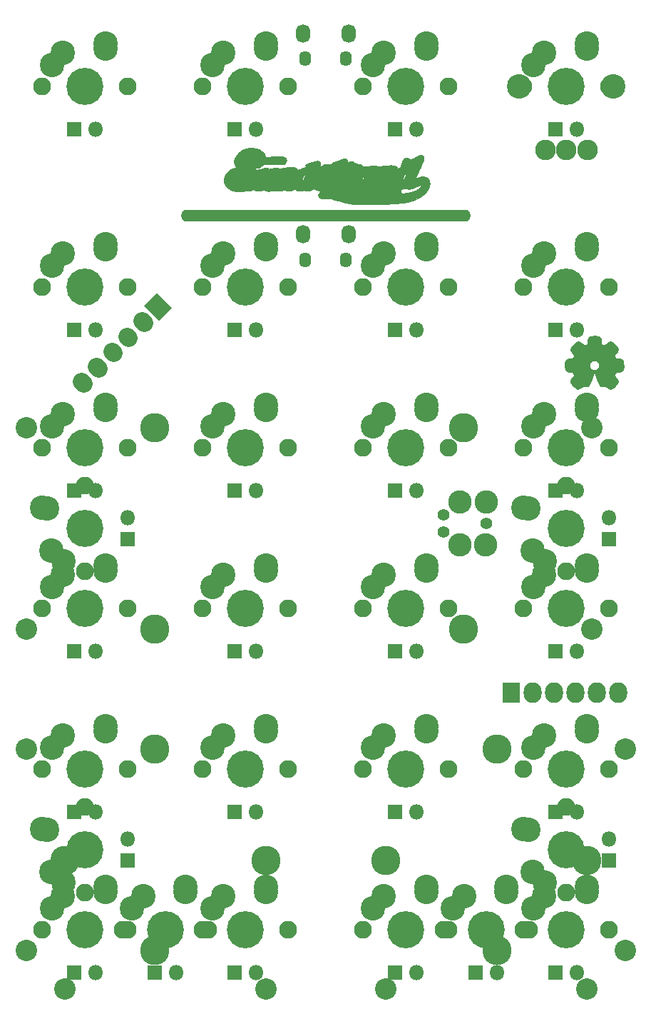
<source format=gts>
G04 #@! TF.FileFunction,Soldermask,Top*
%FSLAX46Y46*%
G04 Gerber Fmt 4.6, Leading zero omitted, Abs format (unit mm)*
G04 Created by KiCad (PCBNEW 4.0.1-stable) date 4/25/2016 3:32:02 PM*
%MOMM*%
G01*
G04 APERTURE LIST*
%ADD10C,0.100000*%
%ADD11C,0.010000*%
%ADD12C,2.540000*%
%ADD13C,3.479800*%
%ADD14C,1.394460*%
%ADD15C,1.391920*%
%ADD16C,2.778760*%
%ADD17C,2.776220*%
%ADD18O,1.806400X1.806400*%
%ADD19R,1.806400X1.806400*%
%ADD20C,4.394210*%
%ADD21C,2.108210*%
%ADD22C,2.906400*%
%ADD23O,34.406400X1.406400*%
%ADD24C,2.133600*%
%ADD25R,2.133600X2.438400*%
%ADD26O,2.133600X2.438400*%
%ADD27O,1.706400X2.206400*%
%ADD28O,1.406400X1.806400*%
%ADD29C,2.438400*%
G04 APERTURE END LIST*
D10*
G36*
X160454352Y-105749738D02*
X160510904Y-108751430D01*
X160537391Y-108752079D01*
X160563540Y-108754004D01*
X160589322Y-108757177D01*
X160614705Y-108761566D01*
X160639659Y-108767141D01*
X160664154Y-108773873D01*
X160688160Y-108781730D01*
X160711647Y-108790682D01*
X160734583Y-108800699D01*
X160756939Y-108811751D01*
X160778685Y-108823807D01*
X160799790Y-108836838D01*
X160820224Y-108850812D01*
X160839956Y-108865700D01*
X160858957Y-108881471D01*
X160877195Y-108898095D01*
X160894642Y-108915541D01*
X160911265Y-108933780D01*
X160927036Y-108952781D01*
X160941924Y-108972513D01*
X160955898Y-108992947D01*
X160968928Y-109014052D01*
X160980985Y-109035798D01*
X160992036Y-109058155D01*
X161002054Y-109081091D01*
X161011006Y-109104578D01*
X161018862Y-109128584D01*
X161025594Y-109153080D01*
X161031169Y-109178034D01*
X161035558Y-109203417D01*
X161038731Y-109229199D01*
X161040656Y-109255348D01*
X161041305Y-109281836D01*
X161040656Y-109308292D01*
X161038731Y-109334414D01*
X161035558Y-109360171D01*
X161031169Y-109385534D01*
X161025594Y-109410471D01*
X161018862Y-109434953D01*
X161011006Y-109458948D01*
X161002054Y-109482426D01*
X160992036Y-109505357D01*
X160980985Y-109527710D01*
X160968928Y-109549455D01*
X160955898Y-109570561D01*
X160941924Y-109590998D01*
X160927036Y-109610735D01*
X160911265Y-109629742D01*
X160894642Y-109647988D01*
X160877195Y-109665443D01*
X160858957Y-109682076D01*
X160839956Y-109697857D01*
X160820224Y-109712756D01*
X160799790Y-109726741D01*
X160778685Y-109739783D01*
X160756939Y-109751850D01*
X160734583Y-109762913D01*
X160711647Y-109772941D01*
X160688160Y-109781903D01*
X160664154Y-109789769D01*
X160639659Y-109796509D01*
X160614705Y-109802092D01*
X160589322Y-109806487D01*
X160563540Y-109809664D01*
X160537391Y-109811592D01*
X160510904Y-109812242D01*
X160484416Y-109811592D01*
X160458267Y-109809664D01*
X160432486Y-109806487D01*
X160407103Y-109802092D01*
X160382148Y-109796509D01*
X160357653Y-109789769D01*
X160333647Y-109781903D01*
X160310161Y-109772941D01*
X160287225Y-109762913D01*
X160264868Y-109751850D01*
X160243123Y-109739783D01*
X160222018Y-109726741D01*
X160201584Y-109712756D01*
X160181852Y-109697857D01*
X160162851Y-109682076D01*
X160144612Y-109665443D01*
X160127166Y-109647988D01*
X160110542Y-109629742D01*
X160094771Y-109610735D01*
X160079884Y-109590998D01*
X160065909Y-109570561D01*
X160052879Y-109549455D01*
X160040823Y-109527710D01*
X160029771Y-109505357D01*
X160019754Y-109482426D01*
X160010802Y-109458948D01*
X160002945Y-109434953D01*
X159996214Y-109410471D01*
X159990638Y-109385534D01*
X159986249Y-109360171D01*
X159983077Y-109334414D01*
X159981151Y-109308292D01*
X159980502Y-109281836D01*
X159981151Y-109255348D01*
X159983077Y-109229199D01*
X159986249Y-109203417D01*
X159990638Y-109178034D01*
X159996214Y-109153080D01*
X160002945Y-109128584D01*
X160010802Y-109104578D01*
X160019754Y-109081091D01*
X160029771Y-109058155D01*
X160040823Y-109035798D01*
X160052879Y-109014052D01*
X160065909Y-108992947D01*
X160079884Y-108972513D01*
X160094771Y-108952781D01*
X160110542Y-108933780D01*
X160127166Y-108915541D01*
X160144612Y-108898095D01*
X160162851Y-108881471D01*
X160181852Y-108865700D01*
X160201584Y-108850812D01*
X160222018Y-108836838D01*
X160243123Y-108823807D01*
X160264868Y-108811751D01*
X160287225Y-108800699D01*
X160310161Y-108790682D01*
X160333647Y-108781730D01*
X160357653Y-108773873D01*
X160382148Y-108767141D01*
X160407103Y-108761566D01*
X160432486Y-108757177D01*
X160458267Y-108754004D01*
X160484416Y-108752079D01*
X160510904Y-108751430D01*
X160454352Y-105749738D01*
X160430048Y-105752123D01*
X160405597Y-105755513D01*
X160380921Y-105759666D01*
X160355942Y-105764338D01*
X160330581Y-105769287D01*
X160304761Y-105774272D01*
X160278404Y-105779048D01*
X160251432Y-105783373D01*
X160212870Y-105789280D01*
X160175998Y-105795500D01*
X160140781Y-105802061D01*
X160107184Y-105808990D01*
X160075174Y-105816314D01*
X160044716Y-105824061D01*
X160015775Y-105832259D01*
X159988317Y-105840933D01*
X159962308Y-105850113D01*
X159937714Y-105859824D01*
X159914499Y-105870095D01*
X159892630Y-105880952D01*
X159872072Y-105892424D01*
X159852790Y-105904537D01*
X159834751Y-105917318D01*
X159817920Y-105930795D01*
X159802263Y-105944996D01*
X159787745Y-105959947D01*
X159774331Y-105975677D01*
X159761988Y-105992211D01*
X159750681Y-106009578D01*
X159740376Y-106027805D01*
X159731038Y-106046919D01*
X159722633Y-106066948D01*
X159715126Y-106087918D01*
X159708483Y-106109858D01*
X159702670Y-106132794D01*
X159697652Y-106156754D01*
X159693395Y-106181765D01*
X159689864Y-106207855D01*
X159687026Y-106235050D01*
X159684964Y-106261435D01*
X159683352Y-106288302D01*
X159682060Y-106315565D01*
X159680961Y-106343133D01*
X159679928Y-106370921D01*
X159678833Y-106398838D01*
X159677547Y-106426798D01*
X159675943Y-106454712D01*
X159673894Y-106482491D01*
X159671271Y-106510048D01*
X159667947Y-106537295D01*
X159663793Y-106564143D01*
X159658683Y-106590504D01*
X159652488Y-106616291D01*
X159645080Y-106641414D01*
X159636332Y-106665786D01*
X159626116Y-106689318D01*
X159614304Y-106711923D01*
X159600768Y-106733513D01*
X159585381Y-106753998D01*
X159568616Y-106772577D01*
X159549280Y-106790500D01*
X159527845Y-106807294D01*
X159504782Y-106822484D01*
X159480562Y-106835598D01*
X159455658Y-106846163D01*
X159430540Y-106853705D01*
X159405681Y-106857752D01*
X159381551Y-106857830D01*
X159358623Y-106853465D01*
X159337368Y-106844186D01*
X159314810Y-106830665D01*
X159292476Y-106816475D01*
X159270340Y-106801686D01*
X159248376Y-106786366D01*
X159226557Y-106770587D01*
X159204860Y-106754417D01*
X159183257Y-106737925D01*
X159161723Y-106721182D01*
X159140232Y-106704256D01*
X159118758Y-106687218D01*
X159097276Y-106670136D01*
X159075760Y-106653081D01*
X159054185Y-106636122D01*
X159032523Y-106619328D01*
X159010751Y-106602769D01*
X158988841Y-106586514D01*
X158966768Y-106570634D01*
X158944507Y-106555197D01*
X158922031Y-106540273D01*
X158899315Y-106525932D01*
X158876333Y-106512243D01*
X158853060Y-106499275D01*
X158829469Y-106487099D01*
X158805535Y-106475783D01*
X158781232Y-106465398D01*
X158756534Y-106456012D01*
X158731416Y-106447696D01*
X158705851Y-106440518D01*
X158679815Y-106434549D01*
X158653281Y-106429858D01*
X158626223Y-106426514D01*
X158597066Y-106424511D01*
X158569052Y-106424193D01*
X158542126Y-106425490D01*
X158516231Y-106428333D01*
X158491311Y-106432652D01*
X158467310Y-106438378D01*
X158444172Y-106445442D01*
X158421840Y-106453775D01*
X158400258Y-106463307D01*
X158379371Y-106473969D01*
X158359121Y-106485691D01*
X158339453Y-106498406D01*
X158320310Y-106512042D01*
X158301637Y-106526531D01*
X158283377Y-106541804D01*
X158265473Y-106557791D01*
X158247871Y-106574422D01*
X158230513Y-106591630D01*
X158213343Y-106609344D01*
X158196305Y-106627495D01*
X158179344Y-106646014D01*
X158162402Y-106664831D01*
X158145423Y-106683878D01*
X158128352Y-106703085D01*
X158111132Y-106722382D01*
X158093707Y-106741701D01*
X158076021Y-106760971D01*
X158058018Y-106780125D01*
X158039640Y-106799092D01*
X158023858Y-106814847D01*
X158007194Y-106831144D01*
X157989769Y-106847965D01*
X157971703Y-106865295D01*
X157953114Y-106883117D01*
X157934123Y-106901415D01*
X157914850Y-106920174D01*
X157895413Y-106939376D01*
X157875933Y-106959006D01*
X157856529Y-106979047D01*
X157837321Y-106999484D01*
X157818428Y-107020299D01*
X157799971Y-107041478D01*
X157782068Y-107063003D01*
X157764840Y-107084859D01*
X157748406Y-107107029D01*
X157732886Y-107129498D01*
X157718399Y-107152249D01*
X157705065Y-107175265D01*
X157693004Y-107198531D01*
X157682335Y-107222030D01*
X157673179Y-107245747D01*
X157665654Y-107269665D01*
X157659880Y-107293768D01*
X157655977Y-107318040D01*
X157653361Y-107345830D01*
X157652333Y-107373056D01*
X157652823Y-107399741D01*
X157654758Y-107425907D01*
X157658069Y-107451576D01*
X157662684Y-107476771D01*
X157668532Y-107501515D01*
X157675542Y-107525829D01*
X157683643Y-107549736D01*
X157692764Y-107573259D01*
X157702835Y-107596420D01*
X157713783Y-107619241D01*
X157725538Y-107641744D01*
X157738030Y-107663953D01*
X157751186Y-107685890D01*
X157764937Y-107707576D01*
X157779210Y-107729035D01*
X157793935Y-107750288D01*
X157809041Y-107771359D01*
X157824458Y-107792269D01*
X157840113Y-107813041D01*
X157855935Y-107833698D01*
X157871855Y-107854261D01*
X157887801Y-107874754D01*
X157903701Y-107895198D01*
X157919485Y-107915616D01*
X157935082Y-107936031D01*
X157950421Y-107956464D01*
X157965430Y-107976939D01*
X157980039Y-107997477D01*
X157994177Y-108018102D01*
X158009343Y-108040103D01*
X158023192Y-108061047D01*
X158034824Y-108081541D01*
X158043336Y-108102191D01*
X158047830Y-108123603D01*
X158047402Y-108146383D01*
X158041153Y-108171139D01*
X158028182Y-108198477D01*
X158017211Y-108218907D01*
X158007208Y-108239722D01*
X157997737Y-108260598D01*
X157988362Y-108281210D01*
X157978647Y-108301235D01*
X157968156Y-108320348D01*
X157956452Y-108338225D01*
X157943100Y-108354543D01*
X157927663Y-108368978D01*
X157909706Y-108381205D01*
X157888792Y-108390900D01*
X157864486Y-108397739D01*
X157836351Y-108401399D01*
X157811719Y-108403013D01*
X157786647Y-108404659D01*
X157761187Y-108406376D01*
X157735388Y-108408207D01*
X157709303Y-108410191D01*
X157682981Y-108412370D01*
X157656473Y-108414786D01*
X157629832Y-108417478D01*
X157603107Y-108420489D01*
X157576349Y-108423858D01*
X157549609Y-108427628D01*
X157522939Y-108431839D01*
X157496389Y-108436533D01*
X157470010Y-108441750D01*
X157443853Y-108447531D01*
X157417969Y-108453917D01*
X157392409Y-108460950D01*
X157367223Y-108468670D01*
X157342463Y-108477119D01*
X157318180Y-108486338D01*
X157294424Y-108496367D01*
X157271246Y-108507247D01*
X157248698Y-108519021D01*
X157226830Y-108531728D01*
X157205693Y-108545409D01*
X157185337Y-108560107D01*
X157165815Y-108575861D01*
X157147177Y-108592713D01*
X157129473Y-108610704D01*
X157112755Y-108629875D01*
X157097074Y-108650267D01*
X157082480Y-108671921D01*
X157069024Y-108694878D01*
X157056216Y-108719327D01*
X157044441Y-108743711D01*
X157033664Y-108768046D01*
X157023847Y-108792350D01*
X157014956Y-108816640D01*
X157006954Y-108840931D01*
X156999805Y-108865242D01*
X156993473Y-108889589D01*
X156987922Y-108913988D01*
X156983116Y-108938457D01*
X156979018Y-108963013D01*
X156975593Y-108987672D01*
X156972805Y-109012452D01*
X156970617Y-109037369D01*
X156968993Y-109062440D01*
X156967898Y-109087682D01*
X156967295Y-109113112D01*
X156967148Y-109138746D01*
X156967422Y-109164603D01*
X156968079Y-109190697D01*
X156969084Y-109217047D01*
X156970402Y-109243670D01*
X156971995Y-109270581D01*
X156973827Y-109297798D01*
X156975864Y-109325338D01*
X156978067Y-109353218D01*
X156980403Y-109381455D01*
X156982833Y-109410065D01*
X156985324Y-109439065D01*
X156987837Y-109468472D01*
X156990337Y-109498304D01*
X156992789Y-109528577D01*
X156995155Y-109559307D01*
X156997401Y-109590512D01*
X156999489Y-109622209D01*
X157001384Y-109654414D01*
X157003609Y-109680639D01*
X157007337Y-109706219D01*
X157012518Y-109731147D01*
X157019101Y-109755412D01*
X157027035Y-109779006D01*
X157036269Y-109801918D01*
X157046752Y-109824141D01*
X157058432Y-109845664D01*
X157071260Y-109866478D01*
X157085183Y-109886574D01*
X157100150Y-109905943D01*
X157116112Y-109924576D01*
X157133016Y-109942462D01*
X157150811Y-109959594D01*
X157169447Y-109975961D01*
X157188873Y-109991554D01*
X157209037Y-110006365D01*
X157229889Y-110020383D01*
X157251377Y-110033600D01*
X157273450Y-110046006D01*
X157296058Y-110057593D01*
X157319150Y-110068349D01*
X157342673Y-110078268D01*
X157366578Y-110087338D01*
X157390813Y-110095552D01*
X157415328Y-110102899D01*
X157440070Y-110109370D01*
X157464990Y-110114957D01*
X157490036Y-110119649D01*
X157515157Y-110123438D01*
X157540303Y-110126314D01*
X157565421Y-110128268D01*
X157589975Y-110129167D01*
X157615566Y-110129257D01*
X157641938Y-110128845D01*
X157668836Y-110128235D01*
X157696005Y-110127734D01*
X157723191Y-110127647D01*
X157750139Y-110128280D01*
X157776593Y-110129937D01*
X157802298Y-110132925D01*
X157827001Y-110137550D01*
X157850444Y-110144116D01*
X157872375Y-110152929D01*
X157892537Y-110164295D01*
X157910676Y-110178520D01*
X157926537Y-110195909D01*
X157939642Y-110213173D01*
X157952798Y-110231286D01*
X157965763Y-110250176D01*
X157978293Y-110269775D01*
X157990145Y-110290013D01*
X158001077Y-110310820D01*
X158010845Y-110332126D01*
X158019206Y-110353863D01*
X158025918Y-110375960D01*
X158030737Y-110398348D01*
X158033421Y-110420958D01*
X158033726Y-110443719D01*
X158031410Y-110466562D01*
X158026229Y-110489418D01*
X158017941Y-110512217D01*
X158006302Y-110534889D01*
X157991069Y-110557365D01*
X157972000Y-110579575D01*
X157955319Y-110597125D01*
X157938448Y-110615154D01*
X157921452Y-110633645D01*
X157904393Y-110652584D01*
X157887335Y-110671953D01*
X157870341Y-110691737D01*
X157853474Y-110711921D01*
X157836798Y-110732487D01*
X157820376Y-110753420D01*
X157804271Y-110774704D01*
X157788547Y-110796324D01*
X157773266Y-110818262D01*
X157758493Y-110840504D01*
X157744291Y-110863032D01*
X157730723Y-110885832D01*
X157717851Y-110908886D01*
X157705741Y-110932180D01*
X157694454Y-110955697D01*
X157684054Y-110979421D01*
X157674605Y-111003337D01*
X157666169Y-111027427D01*
X157658811Y-111051677D01*
X157652593Y-111076070D01*
X157647579Y-111100590D01*
X157643831Y-111125222D01*
X157641415Y-111149949D01*
X157640392Y-111174755D01*
X157640825Y-111199624D01*
X157642780Y-111224541D01*
X157646317Y-111249489D01*
X157651502Y-111274452D01*
X157658397Y-111299415D01*
X157667066Y-111324362D01*
X157677437Y-111350015D01*
X157688574Y-111375142D01*
X157700445Y-111399760D01*
X157713023Y-111423889D01*
X157726278Y-111447548D01*
X157740180Y-111470755D01*
X157754701Y-111493529D01*
X157769812Y-111515889D01*
X157785482Y-111537855D01*
X157801684Y-111559444D01*
X157818387Y-111580677D01*
X157835563Y-111601570D01*
X157853182Y-111622145D01*
X157871216Y-111642419D01*
X157889634Y-111662411D01*
X157908408Y-111682140D01*
X157927508Y-111701625D01*
X157946906Y-111720885D01*
X157966572Y-111739939D01*
X157986477Y-111758805D01*
X158006591Y-111777503D01*
X158026886Y-111796051D01*
X158047333Y-111814468D01*
X158067901Y-111832774D01*
X158088563Y-111850986D01*
X158109288Y-111869125D01*
X158130048Y-111887208D01*
X158150812Y-111905254D01*
X158171553Y-111923283D01*
X158192241Y-111941314D01*
X158212847Y-111959364D01*
X158233341Y-111977454D01*
X158253694Y-111995601D01*
X158273878Y-112013825D01*
X158293862Y-112032145D01*
X158313618Y-112050580D01*
X158333117Y-112069148D01*
X158349897Y-112083948D01*
X158367370Y-112096692D01*
X158385502Y-112107460D01*
X158404260Y-112116328D01*
X158423610Y-112123375D01*
X158443520Y-112128679D01*
X158463956Y-112132319D01*
X158484885Y-112134371D01*
X158506273Y-112134915D01*
X158528088Y-112134029D01*
X158550295Y-112131790D01*
X158572863Y-112128277D01*
X158595756Y-112123567D01*
X158618943Y-112117740D01*
X158642390Y-112110872D01*
X158666064Y-112103043D01*
X158689930Y-112094330D01*
X158713957Y-112084811D01*
X158738111Y-112074565D01*
X158762358Y-112063670D01*
X158786665Y-112052203D01*
X158811000Y-112040242D01*
X158835328Y-112027867D01*
X158859616Y-112015155D01*
X158883832Y-112002184D01*
X158907941Y-111989032D01*
X158931911Y-111975777D01*
X158955709Y-111962498D01*
X158979300Y-111949272D01*
X159002652Y-111936178D01*
X159025732Y-111923294D01*
X159048506Y-111910698D01*
X159070941Y-111898467D01*
X159093004Y-111886681D01*
X159114661Y-111875417D01*
X159135879Y-111864753D01*
X159156625Y-111854768D01*
X159172782Y-111847704D01*
X159188646Y-111841837D01*
X159204586Y-111837072D01*
X159220967Y-111833312D01*
X159238156Y-111830465D01*
X159256519Y-111828434D01*
X159276423Y-111827126D01*
X159298234Y-111826445D01*
X159322320Y-111826297D01*
X159349046Y-111826588D01*
X159378779Y-111827221D01*
X159411886Y-111828103D01*
X159448733Y-111829139D01*
X159489687Y-111830233D01*
X159535114Y-111831292D01*
X159585381Y-111832221D01*
X159613544Y-111832550D01*
X159640543Y-111832682D01*
X159666632Y-111832663D01*
X159692068Y-111832540D01*
X159717104Y-111832359D01*
X159741996Y-111832168D01*
X159766998Y-111832011D01*
X159792367Y-111831937D01*
X159818357Y-111831991D01*
X159845222Y-111832221D01*
X160149787Y-111109981D01*
X160510904Y-110252461D01*
X160872020Y-111109981D01*
X161176955Y-111843679D01*
X161201979Y-111843627D01*
X161227454Y-111843540D01*
X161252998Y-111843523D01*
X161278230Y-111843679D01*
X161293342Y-111843738D01*
X161311143Y-111843739D01*
X161331402Y-111843710D01*
X161353888Y-111843676D01*
X161378374Y-111843664D01*
X161404628Y-111843700D01*
X161432420Y-111843811D01*
X161461522Y-111844023D01*
X161491702Y-111844362D01*
X161522732Y-111844856D01*
X161554381Y-111845530D01*
X161586420Y-111846411D01*
X161618618Y-111847525D01*
X161650747Y-111848899D01*
X161682575Y-111850559D01*
X161713873Y-111852532D01*
X161744412Y-111854844D01*
X161773961Y-111857521D01*
X161802290Y-111860590D01*
X161829171Y-111864078D01*
X161854372Y-111868010D01*
X161877664Y-111872413D01*
X161898818Y-111877314D01*
X161923688Y-111884473D01*
X161947416Y-111892713D01*
X161970085Y-111901928D01*
X161991778Y-111912016D01*
X162012580Y-111922872D01*
X162032574Y-111934392D01*
X162051843Y-111946471D01*
X162070471Y-111959006D01*
X162088541Y-111971893D01*
X162106137Y-111985027D01*
X162123342Y-111998303D01*
X162140240Y-112011619D01*
X162156915Y-112024869D01*
X162173449Y-112037950D01*
X162189927Y-112050758D01*
X162206432Y-112063188D01*
X162223048Y-112075135D01*
X162239857Y-112086497D01*
X162256944Y-112097169D01*
X162274391Y-112107046D01*
X162292284Y-112116025D01*
X162310704Y-112124001D01*
X162329736Y-112130870D01*
X162349463Y-112136529D01*
X162369968Y-112140872D01*
X162391336Y-112143795D01*
X162413649Y-112145196D01*
X162436991Y-112144968D01*
X162461446Y-112143009D01*
X162487097Y-112139214D01*
X162514028Y-112133479D01*
X162542322Y-112125700D01*
X162568659Y-112117134D01*
X162594149Y-112107820D01*
X162618836Y-112097781D01*
X162642766Y-112087036D01*
X162665982Y-112075607D01*
X162688531Y-112063512D01*
X162710456Y-112050774D01*
X162731803Y-112037413D01*
X162752617Y-112023449D01*
X162772941Y-112008903D01*
X162792821Y-111993796D01*
X162812302Y-111978148D01*
X162831429Y-111961979D01*
X162850246Y-111945311D01*
X162868798Y-111928164D01*
X162887130Y-111910559D01*
X162905287Y-111892515D01*
X162923313Y-111874054D01*
X162941254Y-111855197D01*
X162959154Y-111835964D01*
X162977057Y-111816375D01*
X162995010Y-111796451D01*
X163013056Y-111776213D01*
X163031240Y-111755681D01*
X163049608Y-111734876D01*
X163068203Y-111713819D01*
X163087072Y-111692530D01*
X163106258Y-111671029D01*
X163125806Y-111649338D01*
X163145761Y-111627477D01*
X163166169Y-111605466D01*
X163187073Y-111583326D01*
X163208518Y-111561078D01*
X163230550Y-111538742D01*
X163248451Y-111519772D01*
X163265051Y-111500007D01*
X163280360Y-111479501D01*
X163294388Y-111458306D01*
X163307145Y-111436475D01*
X163318640Y-111414061D01*
X163328885Y-111391118D01*
X163337888Y-111367698D01*
X163345659Y-111343853D01*
X163352209Y-111319639D01*
X163357548Y-111295106D01*
X163361685Y-111270308D01*
X163364630Y-111245299D01*
X163366394Y-111220130D01*
X163366985Y-111194856D01*
X163366415Y-111169528D01*
X163364693Y-111144201D01*
X163361830Y-111118926D01*
X163357834Y-111093758D01*
X163352716Y-111068748D01*
X163346486Y-111043950D01*
X163339153Y-111019418D01*
X163330729Y-110995203D01*
X163321222Y-110971359D01*
X163310643Y-110947938D01*
X163299001Y-110924995D01*
X163286307Y-110902581D01*
X163272570Y-110880751D01*
X163257801Y-110859556D01*
X163242008Y-110839049D01*
X163225496Y-110819537D01*
X163208018Y-110800256D01*
X163189803Y-110781138D01*
X163171077Y-110762114D01*
X163152067Y-110743114D01*
X163132999Y-110724070D01*
X163114099Y-110704911D01*
X163095595Y-110685569D01*
X163077713Y-110665974D01*
X163060680Y-110646058D01*
X163044723Y-110625751D01*
X163030067Y-110604983D01*
X163016940Y-110583687D01*
X163005568Y-110561791D01*
X162996178Y-110539228D01*
X162988997Y-110515928D01*
X162984251Y-110491822D01*
X162982167Y-110466841D01*
X162982285Y-110444761D01*
X162983770Y-110422263D01*
X162986654Y-110399539D01*
X162990968Y-110376781D01*
X162996745Y-110354181D01*
X163004016Y-110331929D01*
X163012813Y-110310219D01*
X163023169Y-110289240D01*
X163035115Y-110269186D01*
X163048683Y-110250248D01*
X163063906Y-110232616D01*
X163080814Y-110216484D01*
X163099441Y-110202043D01*
X163119817Y-110189484D01*
X163141975Y-110178999D01*
X163165948Y-110170779D01*
X163191766Y-110165017D01*
X163219462Y-110161904D01*
X163243636Y-110160449D01*
X163268247Y-110158866D01*
X163293244Y-110157119D01*
X163318573Y-110155171D01*
X163344184Y-110152986D01*
X163370024Y-110150528D01*
X163396040Y-110147760D01*
X163422182Y-110144647D01*
X163448397Y-110141151D01*
X163474633Y-110137238D01*
X163500838Y-110132870D01*
X163526960Y-110128012D01*
X163552946Y-110122627D01*
X163578746Y-110116679D01*
X163604306Y-110110132D01*
X163629576Y-110102949D01*
X163654502Y-110095095D01*
X163679033Y-110086532D01*
X163703116Y-110077226D01*
X163726701Y-110067139D01*
X163749734Y-110056236D01*
X163772164Y-110044479D01*
X163793939Y-110031834D01*
X163815006Y-110018264D01*
X163835314Y-110003732D01*
X163854810Y-109988202D01*
X163873443Y-109971638D01*
X163891161Y-109954005D01*
X163907911Y-109935265D01*
X163923642Y-109915382D01*
X163938301Y-109894320D01*
X163951837Y-109872044D01*
X163964197Y-109848516D01*
X163975330Y-109823700D01*
X163985324Y-109798289D01*
X163994304Y-109772921D01*
X164002315Y-109747585D01*
X164009403Y-109722267D01*
X164015614Y-109696958D01*
X164020995Y-109671644D01*
X164025592Y-109646314D01*
X164029450Y-109620956D01*
X164032616Y-109595558D01*
X164035136Y-109570108D01*
X164037056Y-109544595D01*
X164038422Y-109519007D01*
X164039280Y-109493332D01*
X164039677Y-109467557D01*
X164039657Y-109441672D01*
X164039269Y-109415663D01*
X164038557Y-109389521D01*
X164037567Y-109363231D01*
X164036346Y-109336784D01*
X164034941Y-109310166D01*
X164033396Y-109283367D01*
X164031758Y-109256373D01*
X164030073Y-109229174D01*
X164028388Y-109201757D01*
X164026748Y-109174111D01*
X164025200Y-109146224D01*
X164023789Y-109118084D01*
X164022561Y-109089678D01*
X164021564Y-109060996D01*
X164020842Y-109032026D01*
X164020442Y-109002754D01*
X164020410Y-108973171D01*
X164020793Y-108943263D01*
X164020453Y-108916800D01*
X164018507Y-108890799D01*
X164015007Y-108865284D01*
X164010005Y-108840279D01*
X164003554Y-108815807D01*
X163995706Y-108791893D01*
X163986513Y-108768560D01*
X163976027Y-108745831D01*
X163964301Y-108723732D01*
X163951387Y-108702284D01*
X163937336Y-108681512D01*
X163922202Y-108661440D01*
X163906037Y-108642092D01*
X163888892Y-108623491D01*
X163870820Y-108605661D01*
X163851874Y-108588625D01*
X163832105Y-108572408D01*
X163811566Y-108557033D01*
X163790308Y-108542524D01*
X163768385Y-108528904D01*
X163745848Y-108516198D01*
X163722750Y-108504429D01*
X163699143Y-108493621D01*
X163675079Y-108483798D01*
X163650610Y-108474982D01*
X163625789Y-108467199D01*
X163600668Y-108460472D01*
X163575299Y-108454824D01*
X163549735Y-108450280D01*
X163524027Y-108446862D01*
X163498725Y-108444625D01*
X163472689Y-108443310D01*
X163446063Y-108442697D01*
X163418988Y-108442566D01*
X163391608Y-108442695D01*
X163364064Y-108442865D01*
X163336500Y-108442854D01*
X163309058Y-108442443D01*
X163281881Y-108441410D01*
X163255111Y-108439536D01*
X163228891Y-108436599D01*
X163203363Y-108432379D01*
X163178670Y-108426655D01*
X163154955Y-108419207D01*
X163132360Y-108409815D01*
X163111028Y-108398257D01*
X163091102Y-108384313D01*
X163072724Y-108367763D01*
X163058072Y-108352238D01*
X163043331Y-108335322D01*
X163028854Y-108317155D01*
X163014997Y-108297874D01*
X163002113Y-108277617D01*
X162990556Y-108256522D01*
X162980681Y-108234728D01*
X162972841Y-108212371D01*
X162967391Y-108189591D01*
X162964686Y-108166525D01*
X162965078Y-108143311D01*
X162968923Y-108120088D01*
X162976575Y-108096992D01*
X162988387Y-108074163D01*
X163004714Y-108051737D01*
X163020366Y-108033331D01*
X163036299Y-108014643D01*
X163052457Y-107995680D01*
X163068783Y-107976443D01*
X163085222Y-107956938D01*
X163101716Y-107937167D01*
X163118210Y-107917135D01*
X163134648Y-107896844D01*
X163150973Y-107876300D01*
X163167129Y-107855506D01*
X163183059Y-107834465D01*
X163198708Y-107813181D01*
X163214020Y-107791659D01*
X163228937Y-107769901D01*
X163243405Y-107747911D01*
X163257366Y-107725694D01*
X163270765Y-107703253D01*
X163283544Y-107680592D01*
X163295649Y-107657714D01*
X163307022Y-107634623D01*
X163317608Y-107611324D01*
X163327350Y-107587819D01*
X163336192Y-107564113D01*
X163344078Y-107540209D01*
X163350951Y-107516112D01*
X163356756Y-107491824D01*
X163361435Y-107467349D01*
X163364934Y-107442692D01*
X163367195Y-107417856D01*
X163368163Y-107392845D01*
X163367780Y-107367663D01*
X163365992Y-107342313D01*
X163362741Y-107316798D01*
X163357972Y-107291124D01*
X163351628Y-107265294D01*
X163343653Y-107239310D01*
X163334099Y-107213183D01*
X163323358Y-107187420D01*
X163311496Y-107162023D01*
X163298582Y-107136992D01*
X163284681Y-107112328D01*
X163269862Y-107088032D01*
X163254191Y-107064105D01*
X163237736Y-107040546D01*
X163220563Y-107017356D01*
X163202740Y-106994537D01*
X163184334Y-106972088D01*
X163165413Y-106950011D01*
X163146042Y-106928305D01*
X163126290Y-106906973D01*
X163106223Y-106886013D01*
X163085909Y-106865427D01*
X163065415Y-106845215D01*
X163044808Y-106825379D01*
X163024155Y-106805918D01*
X163003523Y-106786833D01*
X162982979Y-106768126D01*
X162962591Y-106749795D01*
X162942426Y-106731843D01*
X162922550Y-106714270D01*
X162903032Y-106697076D01*
X162883937Y-106680262D01*
X162865334Y-106663828D01*
X162847289Y-106647776D01*
X162829869Y-106632105D01*
X162813142Y-106616817D01*
X162797175Y-106601912D01*
X162782035Y-106587391D01*
X162767789Y-106573253D01*
X162749326Y-106555583D01*
X162730097Y-106539126D01*
X162710151Y-106523874D01*
X162689535Y-106509824D01*
X162668298Y-106496967D01*
X162646489Y-106485299D01*
X162624156Y-106474813D01*
X162601348Y-106465503D01*
X162578113Y-106457364D01*
X162554499Y-106450389D01*
X162530556Y-106444572D01*
X162506330Y-106439907D01*
X162481872Y-106436389D01*
X162457229Y-106434010D01*
X162432450Y-106432765D01*
X162407584Y-106432649D01*
X162382678Y-106433654D01*
X162357781Y-106435776D01*
X162332942Y-106439007D01*
X162308209Y-106443343D01*
X162283631Y-106448776D01*
X162259256Y-106455301D01*
X162235132Y-106462912D01*
X162211309Y-106471602D01*
X162187834Y-106481367D01*
X162164755Y-106492199D01*
X162142122Y-106504093D01*
X162119984Y-106517042D01*
X162098387Y-106531042D01*
X162077381Y-106546084D01*
X162057014Y-106562165D01*
X162037766Y-106578698D01*
X162018622Y-106596175D01*
X161999534Y-106614385D01*
X161980453Y-106633116D01*
X161961330Y-106652158D01*
X161942117Y-106671299D01*
X161922764Y-106690328D01*
X161903224Y-106709034D01*
X161883446Y-106727206D01*
X161863382Y-106744632D01*
X161842984Y-106761102D01*
X161822203Y-106776405D01*
X161800989Y-106790329D01*
X161779294Y-106802663D01*
X161757069Y-106813196D01*
X161734265Y-106821718D01*
X161710834Y-106828015D01*
X161686726Y-106831879D01*
X161661893Y-106833097D01*
X161641069Y-106832592D01*
X161618813Y-106831408D01*
X161595570Y-106829333D01*
X161571788Y-106826151D01*
X161547912Y-106821648D01*
X161524389Y-106815611D01*
X161501664Y-106807824D01*
X161480183Y-106798075D01*
X161460394Y-106786148D01*
X161442741Y-106771829D01*
X161427671Y-106754905D01*
X161415631Y-106735161D01*
X161407065Y-106712384D01*
X161402421Y-106686358D01*
X161400487Y-106663622D01*
X161398704Y-106640303D01*
X161397037Y-106616451D01*
X161395448Y-106592119D01*
X161393899Y-106567357D01*
X161392353Y-106542216D01*
X161390773Y-106516749D01*
X161389121Y-106491005D01*
X161387361Y-106465037D01*
X161385454Y-106438896D01*
X161383363Y-106412633D01*
X161381052Y-106386299D01*
X161378482Y-106359946D01*
X161375616Y-106333625D01*
X161372417Y-106307386D01*
X161368848Y-106281282D01*
X161364871Y-106255364D01*
X161360449Y-106229683D01*
X161355545Y-106204291D01*
X161350121Y-106179238D01*
X161344139Y-106154575D01*
X161337563Y-106130355D01*
X161330355Y-106106628D01*
X161322478Y-106083447D01*
X161313894Y-106060861D01*
X161304566Y-106038922D01*
X161294457Y-106017682D01*
X161283529Y-105997192D01*
X161271745Y-105977503D01*
X161259068Y-105958666D01*
X161245460Y-105940733D01*
X161230883Y-105923756D01*
X161215302Y-105907784D01*
X161198677Y-105892870D01*
X161180973Y-105879065D01*
X161162151Y-105866420D01*
X161142174Y-105854986D01*
X161121005Y-105844816D01*
X161098606Y-105835959D01*
X161074940Y-105828467D01*
X161042274Y-105819486D01*
X161010483Y-105811053D01*
X160979516Y-105803161D01*
X160949322Y-105795804D01*
X160919850Y-105788976D01*
X160891047Y-105782672D01*
X160862865Y-105776885D01*
X160835250Y-105771609D01*
X160808151Y-105766839D01*
X160781519Y-105762568D01*
X160755300Y-105758790D01*
X160729445Y-105755499D01*
X160703902Y-105752690D01*
X160678619Y-105750356D01*
X160653546Y-105748490D01*
X160628630Y-105747089D01*
X160603822Y-105746144D01*
X160579070Y-105745650D01*
X160554322Y-105745601D01*
X160529528Y-105745992D01*
X160504635Y-105746816D01*
X160479594Y-105748066D01*
X160454352Y-105749738D01*
X160454352Y-105749738D01*
G37*
D11*
G36*
X119998771Y-83485223D02*
X120181698Y-83507269D01*
X120356428Y-83543970D01*
X120522839Y-83595293D01*
X120680807Y-83661202D01*
X120830213Y-83741664D01*
X120895324Y-83783082D01*
X121014500Y-83871518D01*
X121119273Y-83967726D01*
X121209360Y-84071299D01*
X121284482Y-84181828D01*
X121344358Y-84298906D01*
X121388707Y-84422124D01*
X121415259Y-84538795D01*
X121417995Y-84558285D01*
X121420186Y-84573413D01*
X121423774Y-84584404D01*
X121430700Y-84591483D01*
X121442903Y-84594874D01*
X121462326Y-84594803D01*
X121490909Y-84591494D01*
X121530592Y-84585173D01*
X121583317Y-84576062D01*
X121645034Y-84565408D01*
X121922695Y-84521263D01*
X122186120Y-84485873D01*
X122435552Y-84459209D01*
X122652567Y-84442379D01*
X122730581Y-84438707D01*
X122816656Y-84436717D01*
X122907212Y-84436335D01*
X122998667Y-84437487D01*
X123087442Y-84440099D01*
X123169955Y-84444097D01*
X123242625Y-84449407D01*
X123300267Y-84455735D01*
X123426267Y-84477360D01*
X123537707Y-84505662D01*
X123634355Y-84540536D01*
X123715978Y-84581879D01*
X123782346Y-84629585D01*
X123833224Y-84683551D01*
X123844776Y-84699941D01*
X123873691Y-84751301D01*
X123891572Y-84802738D01*
X123900089Y-84860181D01*
X123901401Y-84900828D01*
X123898335Y-84956623D01*
X123888583Y-85013821D01*
X123871308Y-85075260D01*
X123845675Y-85143778D01*
X123810850Y-85222210D01*
X123800275Y-85244394D01*
X123778879Y-85289316D01*
X123762694Y-85321846D01*
X123748618Y-85344343D01*
X123733544Y-85359165D01*
X123714369Y-85368672D01*
X123687988Y-85375222D01*
X123651296Y-85381173D01*
X123612464Y-85387083D01*
X123554022Y-85395616D01*
X123491902Y-85403302D01*
X123425124Y-85410176D01*
X123352710Y-85416270D01*
X123273679Y-85421618D01*
X123187053Y-85426252D01*
X123091853Y-85430205D01*
X122987099Y-85433510D01*
X122871812Y-85436201D01*
X122745014Y-85438311D01*
X122605724Y-85439871D01*
X122452964Y-85440917D01*
X122285755Y-85441480D01*
X122103117Y-85441593D01*
X121999358Y-85441481D01*
X121193748Y-85440200D01*
X121110358Y-85524078D01*
X121005618Y-85617669D01*
X120891803Y-85697125D01*
X120769591Y-85762152D01*
X120639659Y-85812460D01*
X120502686Y-85847755D01*
X120359347Y-85867746D01*
X120305877Y-85871159D01*
X120185920Y-85876465D01*
X120207854Y-85911183D01*
X120220544Y-85933115D01*
X120237926Y-85965628D01*
X120257509Y-86003969D01*
X120273170Y-86035817D01*
X120316551Y-86125734D01*
X120362726Y-86101694D01*
X120414906Y-86077933D01*
X120476573Y-86056371D01*
X120549901Y-86036376D01*
X120637062Y-86017311D01*
X120679054Y-86009293D01*
X120773969Y-85989088D01*
X120882687Y-85960920D01*
X121004209Y-85925051D01*
X121018085Y-85920719D01*
X121078782Y-85901987D01*
X121138893Y-85884005D01*
X121195015Y-85867750D01*
X121243743Y-85854198D01*
X121281674Y-85844325D01*
X121296970Y-85840758D01*
X121397384Y-85823320D01*
X121486206Y-85817265D01*
X121564679Y-85822934D01*
X121634044Y-85840662D01*
X121695545Y-85870788D01*
X121750423Y-85913651D01*
X121799921Y-85969588D01*
X121807307Y-85979611D01*
X121820263Y-85995539D01*
X121832327Y-86000746D01*
X121850980Y-85997598D01*
X121858025Y-85995648D01*
X122010993Y-85952992D01*
X122148863Y-85915908D01*
X122272469Y-85884234D01*
X122382647Y-85857810D01*
X122480232Y-85836476D01*
X122566060Y-85820071D01*
X122640965Y-85808434D01*
X122705782Y-85801406D01*
X122761348Y-85798824D01*
X122808497Y-85800530D01*
X122845693Y-85805859D01*
X122889302Y-85820307D01*
X122924871Y-85842643D01*
X122949091Y-85870347D01*
X122957358Y-85890824D01*
X122971607Y-85925145D01*
X122995444Y-85950654D01*
X123023351Y-85962956D01*
X123046695Y-85964312D01*
X123078131Y-85960894D01*
X123119002Y-85952355D01*
X123170647Y-85938347D01*
X123234410Y-85918519D01*
X123311630Y-85892525D01*
X123360989Y-85875237D01*
X123550034Y-85808297D01*
X123736301Y-85798581D01*
X123804693Y-85794601D01*
X123880322Y-85789510D01*
X123956997Y-85783769D01*
X124028524Y-85777840D01*
X124083434Y-85772719D01*
X124147241Y-85766556D01*
X124217885Y-85760129D01*
X124288721Y-85754019D01*
X124353104Y-85748807D01*
X124384001Y-85746485D01*
X124524395Y-85740423D01*
X124651386Y-85743729D01*
X124765874Y-85756713D01*
X124868761Y-85779685D01*
X124960950Y-85812954D01*
X125043341Y-85856829D01*
X125116837Y-85911620D01*
X125182340Y-85977635D01*
X125227607Y-86035897D01*
X125272982Y-86100495D01*
X125735303Y-85903080D01*
X125818656Y-85867463D01*
X125897269Y-85833823D01*
X125969778Y-85802747D01*
X126034819Y-85774822D01*
X126091028Y-85750635D01*
X126137042Y-85730772D01*
X126171496Y-85715821D01*
X126193027Y-85706368D01*
X126200267Y-85703016D01*
X126199448Y-85694268D01*
X126195366Y-85672117D01*
X126188639Y-85639645D01*
X126179887Y-85599933D01*
X126177139Y-85587856D01*
X126167967Y-85546665D01*
X126160713Y-85511847D01*
X126155980Y-85486480D01*
X126154372Y-85473642D01*
X126154567Y-85472710D01*
X126162697Y-85468271D01*
X126183765Y-85457250D01*
X126215624Y-85440758D01*
X126256124Y-85419903D01*
X126303119Y-85395797D01*
X126332790Y-85380616D01*
X126381173Y-85356063D01*
X126423244Y-85335290D01*
X126461704Y-85317218D01*
X126499255Y-85300768D01*
X126538598Y-85284861D01*
X126582434Y-85268418D01*
X126633466Y-85250360D01*
X126694395Y-85229607D01*
X126767922Y-85205081D01*
X126793195Y-85196709D01*
X126924155Y-85154091D01*
X127040907Y-85117723D01*
X127144853Y-85087290D01*
X127237397Y-85062479D01*
X127319939Y-85042976D01*
X127393882Y-85028466D01*
X127460628Y-85018636D01*
X127521579Y-85013172D01*
X127578137Y-85011760D01*
X127614034Y-85012912D01*
X127683538Y-85019545D01*
X127740205Y-85031829D01*
X127787568Y-85051083D01*
X127829160Y-85078626D01*
X127856656Y-85103468D01*
X127884196Y-85133081D01*
X127902479Y-85159349D01*
X127915770Y-85189114D01*
X127922272Y-85208720D01*
X127937201Y-85281849D01*
X127940624Y-85366712D01*
X127932640Y-85462710D01*
X127913348Y-85569243D01*
X127882844Y-85685711D01*
X127841228Y-85811515D01*
X127810269Y-85892984D01*
X127794258Y-85933721D01*
X127781042Y-85968238D01*
X127771639Y-85993803D01*
X127767066Y-86007687D01*
X127766878Y-86009400D01*
X127772727Y-86003047D01*
X127787274Y-85985368D01*
X127808857Y-85958435D01*
X127835818Y-85924319D01*
X127866497Y-85885091D01*
X127867467Y-85883845D01*
X127903020Y-85838604D01*
X127939560Y-85792883D01*
X127974067Y-85750412D01*
X128003518Y-85714918D01*
X128020170Y-85695461D01*
X128102858Y-85610063D01*
X128187785Y-85540835D01*
X128276417Y-85487031D01*
X128370221Y-85447904D01*
X128470662Y-85422709D01*
X128579208Y-85410699D01*
X128579922Y-85410664D01*
X128668610Y-85410338D01*
X128745989Y-85419078D01*
X128815324Y-85437325D01*
X128836712Y-85445394D01*
X128884034Y-85464617D01*
X128917159Y-85440591D01*
X128968011Y-85412757D01*
X129033007Y-85392398D01*
X129110939Y-85379842D01*
X129152746Y-85376675D01*
X129243658Y-85372012D01*
X129264625Y-85336233D01*
X129302111Y-85286815D01*
X129354576Y-85239627D01*
X129420092Y-85196012D01*
X129496728Y-85157313D01*
X129554686Y-85134321D01*
X129581768Y-85125440D01*
X129621653Y-85113391D01*
X129670740Y-85099211D01*
X129725428Y-85083936D01*
X129782117Y-85068603D01*
X129791753Y-85066050D01*
X129867394Y-85045823D01*
X129929866Y-85028416D01*
X129982471Y-85012721D01*
X130028511Y-84997629D01*
X130071288Y-84982030D01*
X130114104Y-84964815D01*
X130160261Y-84944875D01*
X130183667Y-84934418D01*
X130294786Y-84885612D01*
X130393283Y-84845083D01*
X130480993Y-84812287D01*
X130559746Y-84786676D01*
X130631374Y-84767705D01*
X130697710Y-84754828D01*
X130760586Y-84747499D01*
X130818667Y-84745178D01*
X130886151Y-84748224D01*
X130941505Y-84758634D01*
X130988300Y-84777433D01*
X131030108Y-84805648D01*
X131030618Y-84806068D01*
X131065728Y-84844954D01*
X131094395Y-84897044D01*
X131115609Y-84959504D01*
X131128359Y-85029499D01*
X131131787Y-85089637D01*
X131131934Y-85147774D01*
X131155217Y-85142766D01*
X131278517Y-85118157D01*
X131391628Y-85099478D01*
X131493240Y-85086886D01*
X131582041Y-85080541D01*
X131656723Y-85080601D01*
X131665334Y-85081088D01*
X131739114Y-85088635D01*
X131802497Y-85102198D01*
X131859960Y-85123611D01*
X131915982Y-85154708D01*
X131975041Y-85197322D01*
X132001362Y-85218708D01*
X132069104Y-85270361D01*
X132134363Y-85310692D01*
X132194841Y-85338379D01*
X132226121Y-85347955D01*
X132250550Y-85352477D01*
X132286842Y-85357490D01*
X132329962Y-85362364D01*
X132371891Y-85366227D01*
X132490644Y-85381770D01*
X132602399Y-85408165D01*
X132705597Y-85444714D01*
X132798677Y-85490723D01*
X132880080Y-85545492D01*
X132948246Y-85608327D01*
X132969569Y-85633192D01*
X132990367Y-85659150D01*
X133396767Y-85643366D01*
X133803167Y-85627583D01*
X133868080Y-85602758D01*
X133937055Y-85580507D01*
X134011335Y-85565017D01*
X134094350Y-85555774D01*
X134189531Y-85552264D01*
X134205830Y-85552200D01*
X134326609Y-85556236D01*
X134435535Y-85568217D01*
X134531900Y-85587958D01*
X134614992Y-85615271D01*
X134684104Y-85649970D01*
X134738527Y-85691867D01*
X134739603Y-85692917D01*
X134778573Y-85731140D01*
X134917403Y-85696890D01*
X134974005Y-85682795D01*
X135040640Y-85665991D01*
X135110970Y-85648090D01*
X135178653Y-85630703D01*
X135217101Y-85620733D01*
X135305246Y-85598422D01*
X135380046Y-85581051D01*
X135444204Y-85568152D01*
X135500422Y-85559258D01*
X135551401Y-85553904D01*
X135599845Y-85551622D01*
X135618198Y-85551463D01*
X135686378Y-85555081D01*
X135741376Y-85566089D01*
X135785482Y-85584989D01*
X135793283Y-85589816D01*
X135803618Y-85594719D01*
X135817114Y-85596154D01*
X135837433Y-85593818D01*
X135868236Y-85587409D01*
X135892830Y-85581590D01*
X136014001Y-85557814D01*
X136145252Y-85542188D01*
X136281528Y-85535268D01*
X136318573Y-85534964D01*
X136443187Y-85539082D01*
X136555887Y-85551601D01*
X136659814Y-85573171D01*
X136758109Y-85604442D01*
X136852927Y-85645580D01*
X136943198Y-85696165D01*
X137020325Y-85753737D01*
X137087588Y-85821164D01*
X137148269Y-85901317D01*
X137152326Y-85907435D01*
X137165619Y-85927641D01*
X137267278Y-85859687D01*
X137309846Y-85831741D01*
X137353346Y-85804053D01*
X137393031Y-85779590D01*
X137424158Y-85761321D01*
X137427552Y-85759433D01*
X137455522Y-85743918D01*
X137477225Y-85731691D01*
X137488833Y-85724912D01*
X137489696Y-85724332D01*
X137491658Y-85715287D01*
X137494350Y-85692792D01*
X137497410Y-85660298D01*
X137500310Y-85623527D01*
X137514899Y-85499136D01*
X137540162Y-85374289D01*
X137575095Y-85251442D01*
X137618695Y-85133053D01*
X137669957Y-85021580D01*
X137727878Y-84919481D01*
X137791455Y-84829212D01*
X137853098Y-84759699D01*
X137921028Y-84699779D01*
X137988922Y-84655934D01*
X138058439Y-84627392D01*
X138131237Y-84613377D01*
X138170843Y-84611575D01*
X138240233Y-84616780D01*
X138307007Y-84633057D01*
X138373662Y-84661463D01*
X138442696Y-84703057D01*
X138514511Y-84757182D01*
X138556951Y-84789194D01*
X138593309Y-84809414D01*
X138628077Y-84819277D01*
X138665747Y-84820215D01*
X138698592Y-84815927D01*
X138748071Y-84804853D01*
X138803303Y-84787632D01*
X138865512Y-84763704D01*
X138935921Y-84732509D01*
X139015755Y-84693487D01*
X139106236Y-84646080D01*
X139208590Y-84589727D01*
X139272634Y-84553434D01*
X139367920Y-84499342D01*
X139450297Y-84453527D01*
X139521253Y-84415349D01*
X139582272Y-84384167D01*
X139634841Y-84359339D01*
X139680446Y-84340225D01*
X139720573Y-84326183D01*
X139756708Y-84316573D01*
X139790338Y-84310753D01*
X139822947Y-84308083D01*
X139842261Y-84307725D01*
X139931610Y-84313563D01*
X140008602Y-84330777D01*
X140073255Y-84359408D01*
X140125587Y-84399494D01*
X140165616Y-84451073D01*
X140193359Y-84514186D01*
X140208834Y-84588870D01*
X140212059Y-84675165D01*
X140203051Y-84773111D01*
X140181829Y-84882744D01*
X140152668Y-84990226D01*
X140132950Y-85052178D01*
X140110099Y-85117928D01*
X140083578Y-85188729D01*
X140052855Y-85265831D01*
X140017394Y-85350486D01*
X139976661Y-85443946D01*
X139930121Y-85547461D01*
X139877240Y-85662284D01*
X139817483Y-85789665D01*
X139755268Y-85920500D01*
X139721899Y-85990423D01*
X139689254Y-86059054D01*
X139658433Y-86124066D01*
X139630535Y-86183132D01*
X139606659Y-86233925D01*
X139587904Y-86274119D01*
X139575368Y-86301386D01*
X139575317Y-86301500D01*
X139561207Y-86333186D01*
X139542694Y-86375497D01*
X139520523Y-86426674D01*
X139495438Y-86484961D01*
X139468182Y-86548599D01*
X139439499Y-86615832D01*
X139410132Y-86684900D01*
X139380827Y-86754048D01*
X139352326Y-86821516D01*
X139325374Y-86885547D01*
X139300714Y-86944384D01*
X139279090Y-86996270D01*
X139261246Y-87039445D01*
X139247926Y-87072153D01*
X139239873Y-87092637D01*
X139237743Y-87099165D01*
X139245896Y-87096727D01*
X139266333Y-87088234D01*
X139296084Y-87074981D01*
X139332177Y-87058260D01*
X139336895Y-87056033D01*
X139487424Y-86991150D01*
X139635873Y-86939608D01*
X139781192Y-86901559D01*
X139922329Y-86877158D01*
X140058234Y-86866559D01*
X140187858Y-86869914D01*
X140310149Y-86887377D01*
X140376955Y-86903930D01*
X140482784Y-86942650D01*
X140577907Y-86993849D01*
X140662041Y-87056663D01*
X140734906Y-87130228D01*
X140796219Y-87213678D01*
X140845700Y-87306151D01*
X140883067Y-87406780D01*
X140908039Y-87514703D01*
X140920334Y-87629054D01*
X140919670Y-87748969D01*
X140905767Y-87873584D01*
X140878342Y-88002034D01*
X140837115Y-88133455D01*
X140804327Y-88216453D01*
X140730090Y-88369493D01*
X140639836Y-88518610D01*
X140534131Y-88663326D01*
X140413537Y-88803161D01*
X140278618Y-88937636D01*
X140129938Y-89066273D01*
X139968061Y-89188593D01*
X139793550Y-89304116D01*
X139606969Y-89412365D01*
X139408882Y-89512860D01*
X139199851Y-89605122D01*
X139142588Y-89628173D01*
X138962109Y-89694861D01*
X138771707Y-89756299D01*
X138570743Y-89812598D01*
X138358578Y-89863868D01*
X138134574Y-89910219D01*
X137898092Y-89951762D01*
X137648495Y-89988608D01*
X137385143Y-90020866D01*
X137107398Y-90048648D01*
X136814622Y-90072064D01*
X136506176Y-90091224D01*
X136449001Y-90094226D01*
X136370126Y-90098130D01*
X136292311Y-90101700D01*
X136214545Y-90104949D01*
X136135815Y-90107891D01*
X136055108Y-90110539D01*
X135971412Y-90112908D01*
X135883715Y-90115011D01*
X135791003Y-90116861D01*
X135692264Y-90118472D01*
X135586486Y-90119858D01*
X135472657Y-90121032D01*
X135349764Y-90122008D01*
X135216794Y-90122800D01*
X135072735Y-90123421D01*
X134916574Y-90123884D01*
X134747300Y-90124204D01*
X134563899Y-90124394D01*
X134365358Y-90124468D01*
X134201101Y-90124454D01*
X133983824Y-90124457D01*
X133782675Y-90124588D01*
X133596845Y-90124857D01*
X133425530Y-90125272D01*
X133267923Y-90125845D01*
X133123217Y-90126584D01*
X132990607Y-90127500D01*
X132869285Y-90128603D01*
X132758447Y-90129902D01*
X132657284Y-90131407D01*
X132564992Y-90133128D01*
X132480764Y-90135074D01*
X132403793Y-90137256D01*
X132333274Y-90139684D01*
X132268400Y-90142367D01*
X132208364Y-90145315D01*
X132152362Y-90148538D01*
X132135234Y-90149624D01*
X132082009Y-90153007D01*
X132026682Y-90156409D01*
X131975235Y-90159467D01*
X131933649Y-90161821D01*
X131927801Y-90162136D01*
X131847367Y-90166411D01*
X130583582Y-89858715D01*
X130440675Y-89823901D01*
X130302265Y-89790143D01*
X130169246Y-89757661D01*
X130042510Y-89726675D01*
X129922950Y-89697403D01*
X129811458Y-89670066D01*
X129708927Y-89644882D01*
X129616249Y-89622073D01*
X129534318Y-89601856D01*
X129464025Y-89584452D01*
X129406265Y-89570081D01*
X129361928Y-89558961D01*
X129331908Y-89551312D01*
X129317098Y-89547355D01*
X129315635Y-89546857D01*
X129318475Y-89538722D01*
X129329645Y-89520622D01*
X129347009Y-89495906D01*
X129354639Y-89485672D01*
X129373830Y-89459415D01*
X129387733Y-89438631D01*
X129394180Y-89426635D01*
X129394237Y-89425081D01*
X129384623Y-89424443D01*
X129363626Y-89426570D01*
X129344784Y-89429486D01*
X129314323Y-89433601D01*
X129270911Y-89437904D01*
X129218451Y-89442159D01*
X129160841Y-89446131D01*
X129101984Y-89449582D01*
X129045780Y-89452279D01*
X128996131Y-89453983D01*
X128956936Y-89454461D01*
X128939120Y-89454013D01*
X128909446Y-89452028D01*
X128892472Y-89448719D01*
X128883974Y-89442106D01*
X128879731Y-89430210D01*
X128878738Y-89425700D01*
X128873337Y-89400300D01*
X128872336Y-89427817D01*
X128871334Y-89455333D01*
X128453771Y-89455333D01*
X128356325Y-89455269D01*
X128274302Y-89455048D01*
X128206189Y-89454625D01*
X128150475Y-89453957D01*
X128105650Y-89452999D01*
X128070202Y-89451707D01*
X128042620Y-89450038D01*
X128021393Y-89447947D01*
X128005009Y-89445391D01*
X127991957Y-89442325D01*
X127990221Y-89441826D01*
X127914847Y-89412182D01*
X127845922Y-89370362D01*
X127786700Y-89318728D01*
X127741336Y-89261078D01*
X127711898Y-89206152D01*
X127693390Y-89149873D01*
X127684304Y-89086739D01*
X127682778Y-89047246D01*
X127681951Y-88965126D01*
X127801326Y-88789013D01*
X127835201Y-88738698D01*
X127866774Y-88691166D01*
X127894501Y-88648792D01*
X127916836Y-88613952D01*
X127932234Y-88589023D01*
X127938097Y-88578667D01*
X127955492Y-88544434D01*
X127831330Y-88534294D01*
X127685920Y-88516024D01*
X127550413Y-88485909D01*
X127425581Y-88444211D01*
X127312200Y-88391193D01*
X127273496Y-88366676D01*
X137490498Y-88366676D01*
X137491254Y-88379481D01*
X137493340Y-88406802D01*
X137496559Y-88446293D01*
X137500717Y-88495607D01*
X137505619Y-88552396D01*
X137511069Y-88614313D01*
X137511665Y-88621016D01*
X137517130Y-88682651D01*
X137522068Y-88738782D01*
X137526288Y-88787197D01*
X137529597Y-88825685D01*
X137531805Y-88852034D01*
X137532720Y-88864031D01*
X137532734Y-88864433D01*
X137532856Y-88867005D01*
X137534464Y-88868885D01*
X137539423Y-88869989D01*
X137549598Y-88870233D01*
X137566852Y-88869532D01*
X137593051Y-88867802D01*
X137630059Y-88864960D01*
X137679739Y-88860920D01*
X137743958Y-88855598D01*
X137762841Y-88854029D01*
X137854212Y-88846324D01*
X137934546Y-88839162D01*
X138006144Y-88832141D01*
X138071303Y-88824861D01*
X138132322Y-88816918D01*
X138191499Y-88807912D01*
X138251134Y-88797440D01*
X138313525Y-88785100D01*
X138380970Y-88770492D01*
X138455769Y-88753212D01*
X138540219Y-88732860D01*
X138636620Y-88709032D01*
X138739234Y-88683347D01*
X138828002Y-88661011D01*
X138902202Y-88642180D01*
X138963704Y-88626286D01*
X139014377Y-88612763D01*
X139056089Y-88601043D01*
X139090709Y-88590561D01*
X139120107Y-88580748D01*
X139146153Y-88571039D01*
X139170713Y-88560867D01*
X139195659Y-88549664D01*
X139222859Y-88536864D01*
X139223897Y-88536370D01*
X139368376Y-88461865D01*
X139498376Y-88383027D01*
X139613479Y-88300199D01*
X139713268Y-88213725D01*
X139797324Y-88123948D01*
X139865229Y-88031211D01*
X139889943Y-87989450D01*
X139907150Y-87955489D01*
X139923899Y-87917905D01*
X139938453Y-87881140D01*
X139949079Y-87849636D01*
X139954041Y-87827834D01*
X139954201Y-87824970D01*
X139946662Y-87820591D01*
X139924133Y-87823789D01*
X139886741Y-87834514D01*
X139834615Y-87852718D01*
X139767883Y-87878352D01*
X139686673Y-87911367D01*
X139591113Y-87951714D01*
X139481333Y-87999344D01*
X139382701Y-88042950D01*
X139261968Y-88096479D01*
X139155174Y-88143241D01*
X139060941Y-88183698D01*
X138977895Y-88218311D01*
X138904659Y-88247540D01*
X138839858Y-88271847D01*
X138782116Y-88291693D01*
X138730058Y-88307539D01*
X138682308Y-88319845D01*
X138637490Y-88329074D01*
X138594228Y-88335685D01*
X138551147Y-88340141D01*
X138506871Y-88342902D01*
X138485234Y-88343746D01*
X138437973Y-88345115D01*
X138401916Y-88345229D01*
X138371930Y-88343491D01*
X138342882Y-88339304D01*
X138309640Y-88332073D01*
X138267070Y-88321202D01*
X138248167Y-88316200D01*
X138167549Y-88296733D01*
X138096879Y-88284572D01*
X138030910Y-88279558D01*
X137964393Y-88281530D01*
X137892078Y-88290327D01*
X137821661Y-88303146D01*
X137766090Y-88313594D01*
X137706095Y-88323632D01*
X137648230Y-88332236D01*
X137599047Y-88338381D01*
X137590945Y-88339214D01*
X137548309Y-88343596D01*
X137519760Y-88347346D01*
X137502508Y-88351226D01*
X137493763Y-88356000D01*
X137490737Y-88362429D01*
X137490498Y-88366676D01*
X127273496Y-88366676D01*
X127211043Y-88327116D01*
X127202874Y-88321049D01*
X127149440Y-88280854D01*
X127072704Y-88331327D01*
X126951227Y-88403724D01*
X126826513Y-88463687D01*
X126700608Y-88510535D01*
X126575560Y-88543587D01*
X126453415Y-88562161D01*
X126367017Y-88566186D01*
X126258041Y-88559966D01*
X126160460Y-88541567D01*
X126073785Y-88510878D01*
X126028458Y-88487484D01*
X126014186Y-88479926D01*
X126000863Y-88476123D01*
X125985073Y-88476547D01*
X125963399Y-88481669D01*
X125932426Y-88491963D01*
X125893519Y-88506132D01*
X125823996Y-88529046D01*
X125756004Y-88545199D01*
X125684648Y-88555360D01*
X125605031Y-88560299D01*
X125543934Y-88561067D01*
X125481670Y-88560198D01*
X125430965Y-88557653D01*
X125386487Y-88552967D01*
X125342906Y-88545672D01*
X125324017Y-88541810D01*
X125196387Y-88507106D01*
X125079505Y-88459760D01*
X124973772Y-88399948D01*
X124929209Y-88368463D01*
X124880246Y-88331446D01*
X124840512Y-88355895D01*
X124762319Y-88399035D01*
X124671964Y-88440432D01*
X124574218Y-88478228D01*
X124473853Y-88510563D01*
X124383787Y-88533785D01*
X124348348Y-88541203D01*
X124315994Y-88546517D01*
X124282706Y-88550040D01*
X124244467Y-88552088D01*
X124197257Y-88552976D01*
X124138467Y-88553025D01*
X124081768Y-88552640D01*
X124038443Y-88551745D01*
X124004935Y-88549975D01*
X123977683Y-88546967D01*
X123953132Y-88542359D01*
X123927721Y-88535787D01*
X123905634Y-88529252D01*
X123831953Y-88502590D01*
X123762336Y-88469352D01*
X123702347Y-88432303D01*
X123686450Y-88420378D01*
X123661436Y-88403804D01*
X123645634Y-88400860D01*
X123643497Y-88402013D01*
X123593233Y-88436151D01*
X123537978Y-88464592D01*
X123474516Y-88488610D01*
X123399632Y-88509481D01*
X123338287Y-88522982D01*
X123234146Y-88540870D01*
X123120003Y-88554934D01*
X122999159Y-88565113D01*
X122874918Y-88571348D01*
X122750585Y-88573578D01*
X122629464Y-88571744D01*
X122514856Y-88565786D01*
X122410068Y-88555643D01*
X122319639Y-88541498D01*
X122281605Y-88533617D01*
X122247509Y-88525755D01*
X122222384Y-88519108D01*
X122214453Y-88516497D01*
X122201040Y-88513249D01*
X122184184Y-88513882D01*
X122160344Y-88519036D01*
X122125980Y-88529355D01*
X122104386Y-88536437D01*
X121991646Y-88566803D01*
X121874937Y-88584807D01*
X121757428Y-88590446D01*
X121642292Y-88583717D01*
X121532698Y-88564619D01*
X121441686Y-88536951D01*
X121386872Y-88513997D01*
X121340828Y-88488695D01*
X121295529Y-88456524D01*
X121286825Y-88449646D01*
X121250350Y-88420460D01*
X121164058Y-88454538D01*
X121054672Y-88494940D01*
X120954336Y-88525646D01*
X120858859Y-88547511D01*
X120764052Y-88561392D01*
X120665722Y-88568147D01*
X120603634Y-88569136D01*
X120498981Y-88565546D01*
X120406033Y-88554268D01*
X120320891Y-88534188D01*
X120239654Y-88504194D01*
X120158424Y-88463173D01*
X120093811Y-88423622D01*
X119998855Y-88361677D01*
X119925243Y-88410155D01*
X119828379Y-88468194D01*
X119736209Y-88511256D01*
X119646885Y-88539982D01*
X119558557Y-88555013D01*
X119499496Y-88557742D01*
X119432994Y-88554816D01*
X119370670Y-88545431D01*
X119306647Y-88528353D01*
X119235048Y-88502345D01*
X119234044Y-88501944D01*
X119159562Y-88472144D01*
X119077264Y-88505860D01*
X118920295Y-88561640D01*
X118754317Y-88604539D01*
X118581512Y-88634382D01*
X118404063Y-88650996D01*
X118224151Y-88654207D01*
X118043958Y-88643842D01*
X117865667Y-88619726D01*
X117801167Y-88607397D01*
X117643114Y-88568313D01*
X117489126Y-88517642D01*
X117341038Y-88456365D01*
X117200687Y-88385459D01*
X117069909Y-88305905D01*
X116950542Y-88218681D01*
X116844421Y-88124766D01*
X116790562Y-88068614D01*
X116697444Y-87954007D01*
X116620494Y-87835264D01*
X116559814Y-87712632D01*
X116515503Y-87586357D01*
X116487663Y-87456685D01*
X116478916Y-87353575D01*
X125778535Y-87353575D01*
X125819552Y-87419384D01*
X125836751Y-87446874D01*
X125849285Y-87464594D01*
X125858395Y-87471421D01*
X125865324Y-87466236D01*
X125871314Y-87447916D01*
X125877608Y-87415341D01*
X125885447Y-87367389D01*
X125886860Y-87358631D01*
X125890917Y-87335645D01*
X125895846Y-87313024D01*
X125902318Y-87288937D01*
X125911003Y-87261555D01*
X125917183Y-87244193D01*
X132897826Y-87244193D01*
X132899100Y-87285955D01*
X132901895Y-87321711D01*
X132906149Y-87348292D01*
X132911802Y-87362529D01*
X132914666Y-87364067D01*
X132924213Y-87360547D01*
X132943209Y-87351659D01*
X132953245Y-87346635D01*
X132983681Y-87324400D01*
X132986875Y-87319617D01*
X137727489Y-87319617D01*
X137730369Y-87328868D01*
X137739963Y-87326624D01*
X137757612Y-87312176D01*
X137775677Y-87294217D01*
X137814168Y-87248109D01*
X137855006Y-87187683D01*
X137897062Y-87115195D01*
X137939210Y-87032901D01*
X137980321Y-86943055D01*
X138019269Y-86847914D01*
X138054926Y-86749732D01*
X138068724Y-86707900D01*
X138083854Y-86658187D01*
X138097474Y-86608995D01*
X138108942Y-86563146D01*
X138117620Y-86523464D01*
X138122866Y-86492772D01*
X138124042Y-86473892D01*
X138122757Y-86469601D01*
X138112156Y-86470087D01*
X138093135Y-86480845D01*
X138068603Y-86499564D01*
X138041470Y-86523932D01*
X138014648Y-86551636D01*
X138003961Y-86563967D01*
X137952348Y-86631951D01*
X137900604Y-86711256D01*
X137851835Y-86796583D01*
X137809142Y-86882632D01*
X137786650Y-86935109D01*
X137776337Y-86962954D01*
X137768090Y-86990815D01*
X137761216Y-87022257D01*
X137755023Y-87060843D01*
X137748818Y-87110136D01*
X137743849Y-87155243D01*
X137738627Y-87204941D01*
X137734093Y-87249133D01*
X137730535Y-87284934D01*
X137728239Y-87309460D01*
X137727489Y-87319617D01*
X132986875Y-87319617D01*
X132998518Y-87302185D01*
X133005436Y-87284361D01*
X133016918Y-87253603D01*
X133032297Y-87211779D01*
X133050902Y-87160760D01*
X133072063Y-87102414D01*
X133095110Y-87038612D01*
X133119373Y-86971224D01*
X133144183Y-86902119D01*
X133168869Y-86833167D01*
X133192761Y-86766238D01*
X133215190Y-86703200D01*
X133235486Y-86645925D01*
X133252978Y-86596282D01*
X133266997Y-86556140D01*
X133276873Y-86527369D01*
X133281937Y-86511839D01*
X133282467Y-86509694D01*
X133280747Y-86502047D01*
X133275152Y-86502159D01*
X133265030Y-86510900D01*
X133249730Y-86529139D01*
X133228600Y-86557745D01*
X133200989Y-86597587D01*
X133166244Y-86649533D01*
X133123714Y-86714453D01*
X133090641Y-86765484D01*
X133045093Y-86836213D01*
X133008001Y-86894426D01*
X132978451Y-86941712D01*
X132955527Y-86979658D01*
X132938315Y-87009851D01*
X132925899Y-87033880D01*
X132917365Y-87053333D01*
X132911797Y-87069798D01*
X132909166Y-87080434D01*
X132903743Y-87114543D01*
X132900086Y-87155318D01*
X132898134Y-87199591D01*
X132897826Y-87244193D01*
X125917183Y-87244193D01*
X125922573Y-87229051D01*
X125937698Y-87189594D01*
X125957049Y-87141355D01*
X125981298Y-87082506D01*
X126011114Y-87011217D01*
X126035641Y-86952972D01*
X126064668Y-86883960D01*
X126091433Y-86819943D01*
X126115259Y-86762565D01*
X126135470Y-86713474D01*
X126151390Y-86674314D01*
X126162344Y-86646733D01*
X126167653Y-86632376D01*
X126168030Y-86630674D01*
X126159858Y-86632997D01*
X126140356Y-86641386D01*
X126113273Y-86654200D01*
X126104596Y-86658479D01*
X126026667Y-86706497D01*
X125959211Y-86767668D01*
X125902369Y-86841728D01*
X125856281Y-86928416D01*
X125821086Y-87027469D01*
X125796925Y-87138623D01*
X125784070Y-87259338D01*
X125778535Y-87353575D01*
X116478916Y-87353575D01*
X116476395Y-87323863D01*
X116476134Y-87300070D01*
X116482952Y-87169626D01*
X116503708Y-87041143D01*
X116538850Y-86913289D01*
X116588830Y-86784732D01*
X116654095Y-86654139D01*
X116735097Y-86520175D01*
X116743757Y-86507029D01*
X116817375Y-86405574D01*
X116897997Y-86313436D01*
X116987446Y-86229115D01*
X117087548Y-86151110D01*
X117200125Y-86077921D01*
X117327002Y-86008046D01*
X117385183Y-85979234D01*
X117454507Y-85947991D01*
X117529189Y-85918014D01*
X117606299Y-85890195D01*
X117682908Y-85865424D01*
X117756083Y-85844594D01*
X117822895Y-85828597D01*
X117880414Y-85818324D01*
X117925708Y-85814667D01*
X117925969Y-85814667D01*
X117946786Y-85813471D01*
X117958980Y-85810553D01*
X117959489Y-85810156D01*
X117956864Y-85801782D01*
X117946339Y-85782422D01*
X117929627Y-85755030D01*
X117910144Y-85725097D01*
X117836123Y-85600382D01*
X117778494Y-85472428D01*
X117737344Y-85341755D01*
X117712757Y-85208881D01*
X117704820Y-85074324D01*
X117713619Y-84938602D01*
X117739239Y-84802233D01*
X117750449Y-84760466D01*
X117787263Y-84656093D01*
X117838027Y-84548229D01*
X117900925Y-84439567D01*
X117974143Y-84332797D01*
X118055865Y-84230609D01*
X118144276Y-84135696D01*
X118217978Y-84067350D01*
X118374618Y-83943059D01*
X118540524Y-83832588D01*
X118714652Y-83736324D01*
X118895959Y-83654655D01*
X119083402Y-83587967D01*
X119275938Y-83536647D01*
X119472524Y-83501082D01*
X119672116Y-83481658D01*
X119807767Y-83477867D01*
X119998771Y-83485223D01*
X119998771Y-83485223D01*
G37*
X119998771Y-83485223D02*
X120181698Y-83507269D01*
X120356428Y-83543970D01*
X120522839Y-83595293D01*
X120680807Y-83661202D01*
X120830213Y-83741664D01*
X120895324Y-83783082D01*
X121014500Y-83871518D01*
X121119273Y-83967726D01*
X121209360Y-84071299D01*
X121284482Y-84181828D01*
X121344358Y-84298906D01*
X121388707Y-84422124D01*
X121415259Y-84538795D01*
X121417995Y-84558285D01*
X121420186Y-84573413D01*
X121423774Y-84584404D01*
X121430700Y-84591483D01*
X121442903Y-84594874D01*
X121462326Y-84594803D01*
X121490909Y-84591494D01*
X121530592Y-84585173D01*
X121583317Y-84576062D01*
X121645034Y-84565408D01*
X121922695Y-84521263D01*
X122186120Y-84485873D01*
X122435552Y-84459209D01*
X122652567Y-84442379D01*
X122730581Y-84438707D01*
X122816656Y-84436717D01*
X122907212Y-84436335D01*
X122998667Y-84437487D01*
X123087442Y-84440099D01*
X123169955Y-84444097D01*
X123242625Y-84449407D01*
X123300267Y-84455735D01*
X123426267Y-84477360D01*
X123537707Y-84505662D01*
X123634355Y-84540536D01*
X123715978Y-84581879D01*
X123782346Y-84629585D01*
X123833224Y-84683551D01*
X123844776Y-84699941D01*
X123873691Y-84751301D01*
X123891572Y-84802738D01*
X123900089Y-84860181D01*
X123901401Y-84900828D01*
X123898335Y-84956623D01*
X123888583Y-85013821D01*
X123871308Y-85075260D01*
X123845675Y-85143778D01*
X123810850Y-85222210D01*
X123800275Y-85244394D01*
X123778879Y-85289316D01*
X123762694Y-85321846D01*
X123748618Y-85344343D01*
X123733544Y-85359165D01*
X123714369Y-85368672D01*
X123687988Y-85375222D01*
X123651296Y-85381173D01*
X123612464Y-85387083D01*
X123554022Y-85395616D01*
X123491902Y-85403302D01*
X123425124Y-85410176D01*
X123352710Y-85416270D01*
X123273679Y-85421618D01*
X123187053Y-85426252D01*
X123091853Y-85430205D01*
X122987099Y-85433510D01*
X122871812Y-85436201D01*
X122745014Y-85438311D01*
X122605724Y-85439871D01*
X122452964Y-85440917D01*
X122285755Y-85441480D01*
X122103117Y-85441593D01*
X121999358Y-85441481D01*
X121193748Y-85440200D01*
X121110358Y-85524078D01*
X121005618Y-85617669D01*
X120891803Y-85697125D01*
X120769591Y-85762152D01*
X120639659Y-85812460D01*
X120502686Y-85847755D01*
X120359347Y-85867746D01*
X120305877Y-85871159D01*
X120185920Y-85876465D01*
X120207854Y-85911183D01*
X120220544Y-85933115D01*
X120237926Y-85965628D01*
X120257509Y-86003969D01*
X120273170Y-86035817D01*
X120316551Y-86125734D01*
X120362726Y-86101694D01*
X120414906Y-86077933D01*
X120476573Y-86056371D01*
X120549901Y-86036376D01*
X120637062Y-86017311D01*
X120679054Y-86009293D01*
X120773969Y-85989088D01*
X120882687Y-85960920D01*
X121004209Y-85925051D01*
X121018085Y-85920719D01*
X121078782Y-85901987D01*
X121138893Y-85884005D01*
X121195015Y-85867750D01*
X121243743Y-85854198D01*
X121281674Y-85844325D01*
X121296970Y-85840758D01*
X121397384Y-85823320D01*
X121486206Y-85817265D01*
X121564679Y-85822934D01*
X121634044Y-85840662D01*
X121695545Y-85870788D01*
X121750423Y-85913651D01*
X121799921Y-85969588D01*
X121807307Y-85979611D01*
X121820263Y-85995539D01*
X121832327Y-86000746D01*
X121850980Y-85997598D01*
X121858025Y-85995648D01*
X122010993Y-85952992D01*
X122148863Y-85915908D01*
X122272469Y-85884234D01*
X122382647Y-85857810D01*
X122480232Y-85836476D01*
X122566060Y-85820071D01*
X122640965Y-85808434D01*
X122705782Y-85801406D01*
X122761348Y-85798824D01*
X122808497Y-85800530D01*
X122845693Y-85805859D01*
X122889302Y-85820307D01*
X122924871Y-85842643D01*
X122949091Y-85870347D01*
X122957358Y-85890824D01*
X122971607Y-85925145D01*
X122995444Y-85950654D01*
X123023351Y-85962956D01*
X123046695Y-85964312D01*
X123078131Y-85960894D01*
X123119002Y-85952355D01*
X123170647Y-85938347D01*
X123234410Y-85918519D01*
X123311630Y-85892525D01*
X123360989Y-85875237D01*
X123550034Y-85808297D01*
X123736301Y-85798581D01*
X123804693Y-85794601D01*
X123880322Y-85789510D01*
X123956997Y-85783769D01*
X124028524Y-85777840D01*
X124083434Y-85772719D01*
X124147241Y-85766556D01*
X124217885Y-85760129D01*
X124288721Y-85754019D01*
X124353104Y-85748807D01*
X124384001Y-85746485D01*
X124524395Y-85740423D01*
X124651386Y-85743729D01*
X124765874Y-85756713D01*
X124868761Y-85779685D01*
X124960950Y-85812954D01*
X125043341Y-85856829D01*
X125116837Y-85911620D01*
X125182340Y-85977635D01*
X125227607Y-86035897D01*
X125272982Y-86100495D01*
X125735303Y-85903080D01*
X125818656Y-85867463D01*
X125897269Y-85833823D01*
X125969778Y-85802747D01*
X126034819Y-85774822D01*
X126091028Y-85750635D01*
X126137042Y-85730772D01*
X126171496Y-85715821D01*
X126193027Y-85706368D01*
X126200267Y-85703016D01*
X126199448Y-85694268D01*
X126195366Y-85672117D01*
X126188639Y-85639645D01*
X126179887Y-85599933D01*
X126177139Y-85587856D01*
X126167967Y-85546665D01*
X126160713Y-85511847D01*
X126155980Y-85486480D01*
X126154372Y-85473642D01*
X126154567Y-85472710D01*
X126162697Y-85468271D01*
X126183765Y-85457250D01*
X126215624Y-85440758D01*
X126256124Y-85419903D01*
X126303119Y-85395797D01*
X126332790Y-85380616D01*
X126381173Y-85356063D01*
X126423244Y-85335290D01*
X126461704Y-85317218D01*
X126499255Y-85300768D01*
X126538598Y-85284861D01*
X126582434Y-85268418D01*
X126633466Y-85250360D01*
X126694395Y-85229607D01*
X126767922Y-85205081D01*
X126793195Y-85196709D01*
X126924155Y-85154091D01*
X127040907Y-85117723D01*
X127144853Y-85087290D01*
X127237397Y-85062479D01*
X127319939Y-85042976D01*
X127393882Y-85028466D01*
X127460628Y-85018636D01*
X127521579Y-85013172D01*
X127578137Y-85011760D01*
X127614034Y-85012912D01*
X127683538Y-85019545D01*
X127740205Y-85031829D01*
X127787568Y-85051083D01*
X127829160Y-85078626D01*
X127856656Y-85103468D01*
X127884196Y-85133081D01*
X127902479Y-85159349D01*
X127915770Y-85189114D01*
X127922272Y-85208720D01*
X127937201Y-85281849D01*
X127940624Y-85366712D01*
X127932640Y-85462710D01*
X127913348Y-85569243D01*
X127882844Y-85685711D01*
X127841228Y-85811515D01*
X127810269Y-85892984D01*
X127794258Y-85933721D01*
X127781042Y-85968238D01*
X127771639Y-85993803D01*
X127767066Y-86007687D01*
X127766878Y-86009400D01*
X127772727Y-86003047D01*
X127787274Y-85985368D01*
X127808857Y-85958435D01*
X127835818Y-85924319D01*
X127866497Y-85885091D01*
X127867467Y-85883845D01*
X127903020Y-85838604D01*
X127939560Y-85792883D01*
X127974067Y-85750412D01*
X128003518Y-85714918D01*
X128020170Y-85695461D01*
X128102858Y-85610063D01*
X128187785Y-85540835D01*
X128276417Y-85487031D01*
X128370221Y-85447904D01*
X128470662Y-85422709D01*
X128579208Y-85410699D01*
X128579922Y-85410664D01*
X128668610Y-85410338D01*
X128745989Y-85419078D01*
X128815324Y-85437325D01*
X128836712Y-85445394D01*
X128884034Y-85464617D01*
X128917159Y-85440591D01*
X128968011Y-85412757D01*
X129033007Y-85392398D01*
X129110939Y-85379842D01*
X129152746Y-85376675D01*
X129243658Y-85372012D01*
X129264625Y-85336233D01*
X129302111Y-85286815D01*
X129354576Y-85239627D01*
X129420092Y-85196012D01*
X129496728Y-85157313D01*
X129554686Y-85134321D01*
X129581768Y-85125440D01*
X129621653Y-85113391D01*
X129670740Y-85099211D01*
X129725428Y-85083936D01*
X129782117Y-85068603D01*
X129791753Y-85066050D01*
X129867394Y-85045823D01*
X129929866Y-85028416D01*
X129982471Y-85012721D01*
X130028511Y-84997629D01*
X130071288Y-84982030D01*
X130114104Y-84964815D01*
X130160261Y-84944875D01*
X130183667Y-84934418D01*
X130294786Y-84885612D01*
X130393283Y-84845083D01*
X130480993Y-84812287D01*
X130559746Y-84786676D01*
X130631374Y-84767705D01*
X130697710Y-84754828D01*
X130760586Y-84747499D01*
X130818667Y-84745178D01*
X130886151Y-84748224D01*
X130941505Y-84758634D01*
X130988300Y-84777433D01*
X131030108Y-84805648D01*
X131030618Y-84806068D01*
X131065728Y-84844954D01*
X131094395Y-84897044D01*
X131115609Y-84959504D01*
X131128359Y-85029499D01*
X131131787Y-85089637D01*
X131131934Y-85147774D01*
X131155217Y-85142766D01*
X131278517Y-85118157D01*
X131391628Y-85099478D01*
X131493240Y-85086886D01*
X131582041Y-85080541D01*
X131656723Y-85080601D01*
X131665334Y-85081088D01*
X131739114Y-85088635D01*
X131802497Y-85102198D01*
X131859960Y-85123611D01*
X131915982Y-85154708D01*
X131975041Y-85197322D01*
X132001362Y-85218708D01*
X132069104Y-85270361D01*
X132134363Y-85310692D01*
X132194841Y-85338379D01*
X132226121Y-85347955D01*
X132250550Y-85352477D01*
X132286842Y-85357490D01*
X132329962Y-85362364D01*
X132371891Y-85366227D01*
X132490644Y-85381770D01*
X132602399Y-85408165D01*
X132705597Y-85444714D01*
X132798677Y-85490723D01*
X132880080Y-85545492D01*
X132948246Y-85608327D01*
X132969569Y-85633192D01*
X132990367Y-85659150D01*
X133396767Y-85643366D01*
X133803167Y-85627583D01*
X133868080Y-85602758D01*
X133937055Y-85580507D01*
X134011335Y-85565017D01*
X134094350Y-85555774D01*
X134189531Y-85552264D01*
X134205830Y-85552200D01*
X134326609Y-85556236D01*
X134435535Y-85568217D01*
X134531900Y-85587958D01*
X134614992Y-85615271D01*
X134684104Y-85649970D01*
X134738527Y-85691867D01*
X134739603Y-85692917D01*
X134778573Y-85731140D01*
X134917403Y-85696890D01*
X134974005Y-85682795D01*
X135040640Y-85665991D01*
X135110970Y-85648090D01*
X135178653Y-85630703D01*
X135217101Y-85620733D01*
X135305246Y-85598422D01*
X135380046Y-85581051D01*
X135444204Y-85568152D01*
X135500422Y-85559258D01*
X135551401Y-85553904D01*
X135599845Y-85551622D01*
X135618198Y-85551463D01*
X135686378Y-85555081D01*
X135741376Y-85566089D01*
X135785482Y-85584989D01*
X135793283Y-85589816D01*
X135803618Y-85594719D01*
X135817114Y-85596154D01*
X135837433Y-85593818D01*
X135868236Y-85587409D01*
X135892830Y-85581590D01*
X136014001Y-85557814D01*
X136145252Y-85542188D01*
X136281528Y-85535268D01*
X136318573Y-85534964D01*
X136443187Y-85539082D01*
X136555887Y-85551601D01*
X136659814Y-85573171D01*
X136758109Y-85604442D01*
X136852927Y-85645580D01*
X136943198Y-85696165D01*
X137020325Y-85753737D01*
X137087588Y-85821164D01*
X137148269Y-85901317D01*
X137152326Y-85907435D01*
X137165619Y-85927641D01*
X137267278Y-85859687D01*
X137309846Y-85831741D01*
X137353346Y-85804053D01*
X137393031Y-85779590D01*
X137424158Y-85761321D01*
X137427552Y-85759433D01*
X137455522Y-85743918D01*
X137477225Y-85731691D01*
X137488833Y-85724912D01*
X137489696Y-85724332D01*
X137491658Y-85715287D01*
X137494350Y-85692792D01*
X137497410Y-85660298D01*
X137500310Y-85623527D01*
X137514899Y-85499136D01*
X137540162Y-85374289D01*
X137575095Y-85251442D01*
X137618695Y-85133053D01*
X137669957Y-85021580D01*
X137727878Y-84919481D01*
X137791455Y-84829212D01*
X137853098Y-84759699D01*
X137921028Y-84699779D01*
X137988922Y-84655934D01*
X138058439Y-84627392D01*
X138131237Y-84613377D01*
X138170843Y-84611575D01*
X138240233Y-84616780D01*
X138307007Y-84633057D01*
X138373662Y-84661463D01*
X138442696Y-84703057D01*
X138514511Y-84757182D01*
X138556951Y-84789194D01*
X138593309Y-84809414D01*
X138628077Y-84819277D01*
X138665747Y-84820215D01*
X138698592Y-84815927D01*
X138748071Y-84804853D01*
X138803303Y-84787632D01*
X138865512Y-84763704D01*
X138935921Y-84732509D01*
X139015755Y-84693487D01*
X139106236Y-84646080D01*
X139208590Y-84589727D01*
X139272634Y-84553434D01*
X139367920Y-84499342D01*
X139450297Y-84453527D01*
X139521253Y-84415349D01*
X139582272Y-84384167D01*
X139634841Y-84359339D01*
X139680446Y-84340225D01*
X139720573Y-84326183D01*
X139756708Y-84316573D01*
X139790338Y-84310753D01*
X139822947Y-84308083D01*
X139842261Y-84307725D01*
X139931610Y-84313563D01*
X140008602Y-84330777D01*
X140073255Y-84359408D01*
X140125587Y-84399494D01*
X140165616Y-84451073D01*
X140193359Y-84514186D01*
X140208834Y-84588870D01*
X140212059Y-84675165D01*
X140203051Y-84773111D01*
X140181829Y-84882744D01*
X140152668Y-84990226D01*
X140132950Y-85052178D01*
X140110099Y-85117928D01*
X140083578Y-85188729D01*
X140052855Y-85265831D01*
X140017394Y-85350486D01*
X139976661Y-85443946D01*
X139930121Y-85547461D01*
X139877240Y-85662284D01*
X139817483Y-85789665D01*
X139755268Y-85920500D01*
X139721899Y-85990423D01*
X139689254Y-86059054D01*
X139658433Y-86124066D01*
X139630535Y-86183132D01*
X139606659Y-86233925D01*
X139587904Y-86274119D01*
X139575368Y-86301386D01*
X139575317Y-86301500D01*
X139561207Y-86333186D01*
X139542694Y-86375497D01*
X139520523Y-86426674D01*
X139495438Y-86484961D01*
X139468182Y-86548599D01*
X139439499Y-86615832D01*
X139410132Y-86684900D01*
X139380827Y-86754048D01*
X139352326Y-86821516D01*
X139325374Y-86885547D01*
X139300714Y-86944384D01*
X139279090Y-86996270D01*
X139261246Y-87039445D01*
X139247926Y-87072153D01*
X139239873Y-87092637D01*
X139237743Y-87099165D01*
X139245896Y-87096727D01*
X139266333Y-87088234D01*
X139296084Y-87074981D01*
X139332177Y-87058260D01*
X139336895Y-87056033D01*
X139487424Y-86991150D01*
X139635873Y-86939608D01*
X139781192Y-86901559D01*
X139922329Y-86877158D01*
X140058234Y-86866559D01*
X140187858Y-86869914D01*
X140310149Y-86887377D01*
X140376955Y-86903930D01*
X140482784Y-86942650D01*
X140577907Y-86993849D01*
X140662041Y-87056663D01*
X140734906Y-87130228D01*
X140796219Y-87213678D01*
X140845700Y-87306151D01*
X140883067Y-87406780D01*
X140908039Y-87514703D01*
X140920334Y-87629054D01*
X140919670Y-87748969D01*
X140905767Y-87873584D01*
X140878342Y-88002034D01*
X140837115Y-88133455D01*
X140804327Y-88216453D01*
X140730090Y-88369493D01*
X140639836Y-88518610D01*
X140534131Y-88663326D01*
X140413537Y-88803161D01*
X140278618Y-88937636D01*
X140129938Y-89066273D01*
X139968061Y-89188593D01*
X139793550Y-89304116D01*
X139606969Y-89412365D01*
X139408882Y-89512860D01*
X139199851Y-89605122D01*
X139142588Y-89628173D01*
X138962109Y-89694861D01*
X138771707Y-89756299D01*
X138570743Y-89812598D01*
X138358578Y-89863868D01*
X138134574Y-89910219D01*
X137898092Y-89951762D01*
X137648495Y-89988608D01*
X137385143Y-90020866D01*
X137107398Y-90048648D01*
X136814622Y-90072064D01*
X136506176Y-90091224D01*
X136449001Y-90094226D01*
X136370126Y-90098130D01*
X136292311Y-90101700D01*
X136214545Y-90104949D01*
X136135815Y-90107891D01*
X136055108Y-90110539D01*
X135971412Y-90112908D01*
X135883715Y-90115011D01*
X135791003Y-90116861D01*
X135692264Y-90118472D01*
X135586486Y-90119858D01*
X135472657Y-90121032D01*
X135349764Y-90122008D01*
X135216794Y-90122800D01*
X135072735Y-90123421D01*
X134916574Y-90123884D01*
X134747300Y-90124204D01*
X134563899Y-90124394D01*
X134365358Y-90124468D01*
X134201101Y-90124454D01*
X133983824Y-90124457D01*
X133782675Y-90124588D01*
X133596845Y-90124857D01*
X133425530Y-90125272D01*
X133267923Y-90125845D01*
X133123217Y-90126584D01*
X132990607Y-90127500D01*
X132869285Y-90128603D01*
X132758447Y-90129902D01*
X132657284Y-90131407D01*
X132564992Y-90133128D01*
X132480764Y-90135074D01*
X132403793Y-90137256D01*
X132333274Y-90139684D01*
X132268400Y-90142367D01*
X132208364Y-90145315D01*
X132152362Y-90148538D01*
X132135234Y-90149624D01*
X132082009Y-90153007D01*
X132026682Y-90156409D01*
X131975235Y-90159467D01*
X131933649Y-90161821D01*
X131927801Y-90162136D01*
X131847367Y-90166411D01*
X130583582Y-89858715D01*
X130440675Y-89823901D01*
X130302265Y-89790143D01*
X130169246Y-89757661D01*
X130042510Y-89726675D01*
X129922950Y-89697403D01*
X129811458Y-89670066D01*
X129708927Y-89644882D01*
X129616249Y-89622073D01*
X129534318Y-89601856D01*
X129464025Y-89584452D01*
X129406265Y-89570081D01*
X129361928Y-89558961D01*
X129331908Y-89551312D01*
X129317098Y-89547355D01*
X129315635Y-89546857D01*
X129318475Y-89538722D01*
X129329645Y-89520622D01*
X129347009Y-89495906D01*
X129354639Y-89485672D01*
X129373830Y-89459415D01*
X129387733Y-89438631D01*
X129394180Y-89426635D01*
X129394237Y-89425081D01*
X129384623Y-89424443D01*
X129363626Y-89426570D01*
X129344784Y-89429486D01*
X129314323Y-89433601D01*
X129270911Y-89437904D01*
X129218451Y-89442159D01*
X129160841Y-89446131D01*
X129101984Y-89449582D01*
X129045780Y-89452279D01*
X128996131Y-89453983D01*
X128956936Y-89454461D01*
X128939120Y-89454013D01*
X128909446Y-89452028D01*
X128892472Y-89448719D01*
X128883974Y-89442106D01*
X128879731Y-89430210D01*
X128878738Y-89425700D01*
X128873337Y-89400300D01*
X128872336Y-89427817D01*
X128871334Y-89455333D01*
X128453771Y-89455333D01*
X128356325Y-89455269D01*
X128274302Y-89455048D01*
X128206189Y-89454625D01*
X128150475Y-89453957D01*
X128105650Y-89452999D01*
X128070202Y-89451707D01*
X128042620Y-89450038D01*
X128021393Y-89447947D01*
X128005009Y-89445391D01*
X127991957Y-89442325D01*
X127990221Y-89441826D01*
X127914847Y-89412182D01*
X127845922Y-89370362D01*
X127786700Y-89318728D01*
X127741336Y-89261078D01*
X127711898Y-89206152D01*
X127693390Y-89149873D01*
X127684304Y-89086739D01*
X127682778Y-89047246D01*
X127681951Y-88965126D01*
X127801326Y-88789013D01*
X127835201Y-88738698D01*
X127866774Y-88691166D01*
X127894501Y-88648792D01*
X127916836Y-88613952D01*
X127932234Y-88589023D01*
X127938097Y-88578667D01*
X127955492Y-88544434D01*
X127831330Y-88534294D01*
X127685920Y-88516024D01*
X127550413Y-88485909D01*
X127425581Y-88444211D01*
X127312200Y-88391193D01*
X127273496Y-88366676D01*
X137490498Y-88366676D01*
X137491254Y-88379481D01*
X137493340Y-88406802D01*
X137496559Y-88446293D01*
X137500717Y-88495607D01*
X137505619Y-88552396D01*
X137511069Y-88614313D01*
X137511665Y-88621016D01*
X137517130Y-88682651D01*
X137522068Y-88738782D01*
X137526288Y-88787197D01*
X137529597Y-88825685D01*
X137531805Y-88852034D01*
X137532720Y-88864031D01*
X137532734Y-88864433D01*
X137532856Y-88867005D01*
X137534464Y-88868885D01*
X137539423Y-88869989D01*
X137549598Y-88870233D01*
X137566852Y-88869532D01*
X137593051Y-88867802D01*
X137630059Y-88864960D01*
X137679739Y-88860920D01*
X137743958Y-88855598D01*
X137762841Y-88854029D01*
X137854212Y-88846324D01*
X137934546Y-88839162D01*
X138006144Y-88832141D01*
X138071303Y-88824861D01*
X138132322Y-88816918D01*
X138191499Y-88807912D01*
X138251134Y-88797440D01*
X138313525Y-88785100D01*
X138380970Y-88770492D01*
X138455769Y-88753212D01*
X138540219Y-88732860D01*
X138636620Y-88709032D01*
X138739234Y-88683347D01*
X138828002Y-88661011D01*
X138902202Y-88642180D01*
X138963704Y-88626286D01*
X139014377Y-88612763D01*
X139056089Y-88601043D01*
X139090709Y-88590561D01*
X139120107Y-88580748D01*
X139146153Y-88571039D01*
X139170713Y-88560867D01*
X139195659Y-88549664D01*
X139222859Y-88536864D01*
X139223897Y-88536370D01*
X139368376Y-88461865D01*
X139498376Y-88383027D01*
X139613479Y-88300199D01*
X139713268Y-88213725D01*
X139797324Y-88123948D01*
X139865229Y-88031211D01*
X139889943Y-87989450D01*
X139907150Y-87955489D01*
X139923899Y-87917905D01*
X139938453Y-87881140D01*
X139949079Y-87849636D01*
X139954041Y-87827834D01*
X139954201Y-87824970D01*
X139946662Y-87820591D01*
X139924133Y-87823789D01*
X139886741Y-87834514D01*
X139834615Y-87852718D01*
X139767883Y-87878352D01*
X139686673Y-87911367D01*
X139591113Y-87951714D01*
X139481333Y-87999344D01*
X139382701Y-88042950D01*
X139261968Y-88096479D01*
X139155174Y-88143241D01*
X139060941Y-88183698D01*
X138977895Y-88218311D01*
X138904659Y-88247540D01*
X138839858Y-88271847D01*
X138782116Y-88291693D01*
X138730058Y-88307539D01*
X138682308Y-88319845D01*
X138637490Y-88329074D01*
X138594228Y-88335685D01*
X138551147Y-88340141D01*
X138506871Y-88342902D01*
X138485234Y-88343746D01*
X138437973Y-88345115D01*
X138401916Y-88345229D01*
X138371930Y-88343491D01*
X138342882Y-88339304D01*
X138309640Y-88332073D01*
X138267070Y-88321202D01*
X138248167Y-88316200D01*
X138167549Y-88296733D01*
X138096879Y-88284572D01*
X138030910Y-88279558D01*
X137964393Y-88281530D01*
X137892078Y-88290327D01*
X137821661Y-88303146D01*
X137766090Y-88313594D01*
X137706095Y-88323632D01*
X137648230Y-88332236D01*
X137599047Y-88338381D01*
X137590945Y-88339214D01*
X137548309Y-88343596D01*
X137519760Y-88347346D01*
X137502508Y-88351226D01*
X137493763Y-88356000D01*
X137490737Y-88362429D01*
X137490498Y-88366676D01*
X127273496Y-88366676D01*
X127211043Y-88327116D01*
X127202874Y-88321049D01*
X127149440Y-88280854D01*
X127072704Y-88331327D01*
X126951227Y-88403724D01*
X126826513Y-88463687D01*
X126700608Y-88510535D01*
X126575560Y-88543587D01*
X126453415Y-88562161D01*
X126367017Y-88566186D01*
X126258041Y-88559966D01*
X126160460Y-88541567D01*
X126073785Y-88510878D01*
X126028458Y-88487484D01*
X126014186Y-88479926D01*
X126000863Y-88476123D01*
X125985073Y-88476547D01*
X125963399Y-88481669D01*
X125932426Y-88491963D01*
X125893519Y-88506132D01*
X125823996Y-88529046D01*
X125756004Y-88545199D01*
X125684648Y-88555360D01*
X125605031Y-88560299D01*
X125543934Y-88561067D01*
X125481670Y-88560198D01*
X125430965Y-88557653D01*
X125386487Y-88552967D01*
X125342906Y-88545672D01*
X125324017Y-88541810D01*
X125196387Y-88507106D01*
X125079505Y-88459760D01*
X124973772Y-88399948D01*
X124929209Y-88368463D01*
X124880246Y-88331446D01*
X124840512Y-88355895D01*
X124762319Y-88399035D01*
X124671964Y-88440432D01*
X124574218Y-88478228D01*
X124473853Y-88510563D01*
X124383787Y-88533785D01*
X124348348Y-88541203D01*
X124315994Y-88546517D01*
X124282706Y-88550040D01*
X124244467Y-88552088D01*
X124197257Y-88552976D01*
X124138467Y-88553025D01*
X124081768Y-88552640D01*
X124038443Y-88551745D01*
X124004935Y-88549975D01*
X123977683Y-88546967D01*
X123953132Y-88542359D01*
X123927721Y-88535787D01*
X123905634Y-88529252D01*
X123831953Y-88502590D01*
X123762336Y-88469352D01*
X123702347Y-88432303D01*
X123686450Y-88420378D01*
X123661436Y-88403804D01*
X123645634Y-88400860D01*
X123643497Y-88402013D01*
X123593233Y-88436151D01*
X123537978Y-88464592D01*
X123474516Y-88488610D01*
X123399632Y-88509481D01*
X123338287Y-88522982D01*
X123234146Y-88540870D01*
X123120003Y-88554934D01*
X122999159Y-88565113D01*
X122874918Y-88571348D01*
X122750585Y-88573578D01*
X122629464Y-88571744D01*
X122514856Y-88565786D01*
X122410068Y-88555643D01*
X122319639Y-88541498D01*
X122281605Y-88533617D01*
X122247509Y-88525755D01*
X122222384Y-88519108D01*
X122214453Y-88516497D01*
X122201040Y-88513249D01*
X122184184Y-88513882D01*
X122160344Y-88519036D01*
X122125980Y-88529355D01*
X122104386Y-88536437D01*
X121991646Y-88566803D01*
X121874937Y-88584807D01*
X121757428Y-88590446D01*
X121642292Y-88583717D01*
X121532698Y-88564619D01*
X121441686Y-88536951D01*
X121386872Y-88513997D01*
X121340828Y-88488695D01*
X121295529Y-88456524D01*
X121286825Y-88449646D01*
X121250350Y-88420460D01*
X121164058Y-88454538D01*
X121054672Y-88494940D01*
X120954336Y-88525646D01*
X120858859Y-88547511D01*
X120764052Y-88561392D01*
X120665722Y-88568147D01*
X120603634Y-88569136D01*
X120498981Y-88565546D01*
X120406033Y-88554268D01*
X120320891Y-88534188D01*
X120239654Y-88504194D01*
X120158424Y-88463173D01*
X120093811Y-88423622D01*
X119998855Y-88361677D01*
X119925243Y-88410155D01*
X119828379Y-88468194D01*
X119736209Y-88511256D01*
X119646885Y-88539982D01*
X119558557Y-88555013D01*
X119499496Y-88557742D01*
X119432994Y-88554816D01*
X119370670Y-88545431D01*
X119306647Y-88528353D01*
X119235048Y-88502345D01*
X119234044Y-88501944D01*
X119159562Y-88472144D01*
X119077264Y-88505860D01*
X118920295Y-88561640D01*
X118754317Y-88604539D01*
X118581512Y-88634382D01*
X118404063Y-88650996D01*
X118224151Y-88654207D01*
X118043958Y-88643842D01*
X117865667Y-88619726D01*
X117801167Y-88607397D01*
X117643114Y-88568313D01*
X117489126Y-88517642D01*
X117341038Y-88456365D01*
X117200687Y-88385459D01*
X117069909Y-88305905D01*
X116950542Y-88218681D01*
X116844421Y-88124766D01*
X116790562Y-88068614D01*
X116697444Y-87954007D01*
X116620494Y-87835264D01*
X116559814Y-87712632D01*
X116515503Y-87586357D01*
X116487663Y-87456685D01*
X116478916Y-87353575D01*
X125778535Y-87353575D01*
X125819552Y-87419384D01*
X125836751Y-87446874D01*
X125849285Y-87464594D01*
X125858395Y-87471421D01*
X125865324Y-87466236D01*
X125871314Y-87447916D01*
X125877608Y-87415341D01*
X125885447Y-87367389D01*
X125886860Y-87358631D01*
X125890917Y-87335645D01*
X125895846Y-87313024D01*
X125902318Y-87288937D01*
X125911003Y-87261555D01*
X125917183Y-87244193D01*
X132897826Y-87244193D01*
X132899100Y-87285955D01*
X132901895Y-87321711D01*
X132906149Y-87348292D01*
X132911802Y-87362529D01*
X132914666Y-87364067D01*
X132924213Y-87360547D01*
X132943209Y-87351659D01*
X132953245Y-87346635D01*
X132983681Y-87324400D01*
X132986875Y-87319617D01*
X137727489Y-87319617D01*
X137730369Y-87328868D01*
X137739963Y-87326624D01*
X137757612Y-87312176D01*
X137775677Y-87294217D01*
X137814168Y-87248109D01*
X137855006Y-87187683D01*
X137897062Y-87115195D01*
X137939210Y-87032901D01*
X137980321Y-86943055D01*
X138019269Y-86847914D01*
X138054926Y-86749732D01*
X138068724Y-86707900D01*
X138083854Y-86658187D01*
X138097474Y-86608995D01*
X138108942Y-86563146D01*
X138117620Y-86523464D01*
X138122866Y-86492772D01*
X138124042Y-86473892D01*
X138122757Y-86469601D01*
X138112156Y-86470087D01*
X138093135Y-86480845D01*
X138068603Y-86499564D01*
X138041470Y-86523932D01*
X138014648Y-86551636D01*
X138003961Y-86563967D01*
X137952348Y-86631951D01*
X137900604Y-86711256D01*
X137851835Y-86796583D01*
X137809142Y-86882632D01*
X137786650Y-86935109D01*
X137776337Y-86962954D01*
X137768090Y-86990815D01*
X137761216Y-87022257D01*
X137755023Y-87060843D01*
X137748818Y-87110136D01*
X137743849Y-87155243D01*
X137738627Y-87204941D01*
X137734093Y-87249133D01*
X137730535Y-87284934D01*
X137728239Y-87309460D01*
X137727489Y-87319617D01*
X132986875Y-87319617D01*
X132998518Y-87302185D01*
X133005436Y-87284361D01*
X133016918Y-87253603D01*
X133032297Y-87211779D01*
X133050902Y-87160760D01*
X133072063Y-87102414D01*
X133095110Y-87038612D01*
X133119373Y-86971224D01*
X133144183Y-86902119D01*
X133168869Y-86833167D01*
X133192761Y-86766238D01*
X133215190Y-86703200D01*
X133235486Y-86645925D01*
X133252978Y-86596282D01*
X133266997Y-86556140D01*
X133276873Y-86527369D01*
X133281937Y-86511839D01*
X133282467Y-86509694D01*
X133280747Y-86502047D01*
X133275152Y-86502159D01*
X133265030Y-86510900D01*
X133249730Y-86529139D01*
X133228600Y-86557745D01*
X133200989Y-86597587D01*
X133166244Y-86649533D01*
X133123714Y-86714453D01*
X133090641Y-86765484D01*
X133045093Y-86836213D01*
X133008001Y-86894426D01*
X132978451Y-86941712D01*
X132955527Y-86979658D01*
X132938315Y-87009851D01*
X132925899Y-87033880D01*
X132917365Y-87053333D01*
X132911797Y-87069798D01*
X132909166Y-87080434D01*
X132903743Y-87114543D01*
X132900086Y-87155318D01*
X132898134Y-87199591D01*
X132897826Y-87244193D01*
X125917183Y-87244193D01*
X125922573Y-87229051D01*
X125937698Y-87189594D01*
X125957049Y-87141355D01*
X125981298Y-87082506D01*
X126011114Y-87011217D01*
X126035641Y-86952972D01*
X126064668Y-86883960D01*
X126091433Y-86819943D01*
X126115259Y-86762565D01*
X126135470Y-86713474D01*
X126151390Y-86674314D01*
X126162344Y-86646733D01*
X126167653Y-86632376D01*
X126168030Y-86630674D01*
X126159858Y-86632997D01*
X126140356Y-86641386D01*
X126113273Y-86654200D01*
X126104596Y-86658479D01*
X126026667Y-86706497D01*
X125959211Y-86767668D01*
X125902369Y-86841728D01*
X125856281Y-86928416D01*
X125821086Y-87027469D01*
X125796925Y-87138623D01*
X125784070Y-87259338D01*
X125778535Y-87353575D01*
X116478916Y-87353575D01*
X116476395Y-87323863D01*
X116476134Y-87300070D01*
X116482952Y-87169626D01*
X116503708Y-87041143D01*
X116538850Y-86913289D01*
X116588830Y-86784732D01*
X116654095Y-86654139D01*
X116735097Y-86520175D01*
X116743757Y-86507029D01*
X116817375Y-86405574D01*
X116897997Y-86313436D01*
X116987446Y-86229115D01*
X117087548Y-86151110D01*
X117200125Y-86077921D01*
X117327002Y-86008046D01*
X117385183Y-85979234D01*
X117454507Y-85947991D01*
X117529189Y-85918014D01*
X117606299Y-85890195D01*
X117682908Y-85865424D01*
X117756083Y-85844594D01*
X117822895Y-85828597D01*
X117880414Y-85818324D01*
X117925708Y-85814667D01*
X117925969Y-85814667D01*
X117946786Y-85813471D01*
X117958980Y-85810553D01*
X117959489Y-85810156D01*
X117956864Y-85801782D01*
X117946339Y-85782422D01*
X117929627Y-85755030D01*
X117910144Y-85725097D01*
X117836123Y-85600382D01*
X117778494Y-85472428D01*
X117737344Y-85341755D01*
X117712757Y-85208881D01*
X117704820Y-85074324D01*
X117713619Y-84938602D01*
X117739239Y-84802233D01*
X117750449Y-84760466D01*
X117787263Y-84656093D01*
X117838027Y-84548229D01*
X117900925Y-84439567D01*
X117974143Y-84332797D01*
X118055865Y-84230609D01*
X118144276Y-84135696D01*
X118217978Y-84067350D01*
X118374618Y-83943059D01*
X118540524Y-83832588D01*
X118714652Y-83736324D01*
X118895959Y-83654655D01*
X119083402Y-83587967D01*
X119275938Y-83536647D01*
X119472524Y-83501082D01*
X119672116Y-83481658D01*
X119807767Y-83477867D01*
X119998771Y-83485223D01*
D12*
X160135000Y-116637000D03*
X160135000Y-140513000D03*
D13*
X144895000Y-116637000D03*
X144895000Y-140513000D03*
D12*
X164135000Y-154737000D03*
X164135000Y-178613000D03*
D13*
X148895000Y-154737000D03*
X148895000Y-178613000D03*
D12*
X93015000Y-178613000D03*
X93015000Y-154737000D03*
D13*
X108255000Y-178613000D03*
X108255000Y-154737000D03*
D12*
X93015000Y-140513000D03*
X93015000Y-116637000D03*
D13*
X108255000Y-140513000D03*
X108255000Y-116637000D03*
D12*
X121463000Y-183185000D03*
X97587000Y-183185000D03*
D13*
X121463000Y-167945000D03*
X97587000Y-167945000D03*
D12*
X159563000Y-183185000D03*
X135687000Y-183185000D03*
D13*
X159563000Y-167945000D03*
X135687000Y-167945000D03*
D14*
X147662900Y-128016000D03*
D15*
X142582900Y-127000000D03*
X142582900Y-129032000D03*
D16*
X147662900Y-125476000D03*
D17*
X144487900Y-125476000D03*
X147535900Y-130556000D03*
X144487900Y-130556000D03*
D18*
X158420000Y-81267500D03*
D19*
X155880000Y-81267500D03*
D18*
X139370000Y-81267500D03*
D19*
X136830000Y-81267500D03*
D18*
X120320000Y-81267500D03*
D19*
X117780000Y-81267500D03*
D18*
X162230000Y-165405000D03*
D19*
X162230000Y-167945000D03*
D18*
X148895000Y-181280000D03*
D19*
X146355000Y-181280000D03*
D18*
X158420000Y-181280000D03*
D19*
X155880000Y-181280000D03*
D18*
X139370000Y-181280000D03*
D19*
X136830000Y-181280000D03*
D18*
X120320000Y-181280000D03*
D19*
X117780000Y-181280000D03*
D18*
X105080000Y-165405000D03*
D19*
X105080000Y-167945000D03*
D18*
X110795000Y-181280000D03*
D19*
X108255000Y-181280000D03*
D18*
X101270000Y-181280000D03*
D19*
X98730000Y-181280000D03*
D18*
X158420000Y-162230000D03*
D19*
X155880000Y-162230000D03*
D18*
X139370000Y-162230000D03*
D19*
X136830000Y-162230000D03*
D18*
X120320000Y-162230000D03*
D19*
X117780000Y-162230000D03*
D18*
X101270000Y-162230000D03*
D19*
X98730000Y-162230000D03*
D18*
X162230000Y-127305000D03*
D19*
X162230000Y-129845000D03*
D18*
X158420000Y-143180000D03*
D19*
X155880000Y-143180000D03*
D18*
X139370000Y-143180000D03*
D19*
X136830000Y-143180000D03*
D18*
X120320000Y-143180000D03*
D19*
X117780000Y-143180000D03*
D18*
X105080000Y-127305000D03*
D19*
X105080000Y-129845000D03*
D18*
X101270000Y-143180000D03*
D19*
X98730000Y-143180000D03*
D18*
X158420000Y-124130000D03*
D19*
X155880000Y-124130000D03*
D18*
X139370000Y-124130000D03*
D19*
X136830000Y-124130000D03*
D18*
X120320000Y-124130000D03*
D19*
X117780000Y-124130000D03*
D18*
X101270000Y-124130000D03*
D19*
X98730000Y-124130000D03*
D18*
X139370000Y-105080000D03*
D19*
X136830000Y-105080000D03*
D18*
X120320000Y-105080000D03*
D19*
X117780000Y-105080000D03*
D18*
X101270000Y-105080000D03*
D19*
X98730000Y-105080000D03*
D18*
X158420000Y-105080000D03*
D19*
X155880000Y-105080000D03*
D18*
X101270000Y-81267500D03*
D19*
X98730000Y-81267500D03*
D20*
X138100000Y-119050000D03*
D21*
X133020000Y-119050000D03*
X143180000Y-119050000D03*
D22*
X134182000Y-116510000D03*
X135492000Y-115050000D03*
X140533000Y-113970000D03*
X140493000Y-114550000D03*
D20*
X157150000Y-166675000D03*
D21*
X157150000Y-171755000D03*
X157150000Y-161595000D03*
D22*
X154610000Y-170593000D03*
X153150000Y-169283000D03*
X152070000Y-164242000D03*
X152650000Y-164282000D03*
D20*
X147625000Y-176200000D03*
D21*
X142545000Y-176200000D03*
X152705000Y-176200000D03*
D22*
X143707000Y-173660000D03*
X145017000Y-172200000D03*
X150058000Y-171120000D03*
X150018000Y-171700000D03*
D20*
X157150000Y-176200000D03*
D21*
X152070000Y-176200000D03*
X162230000Y-176200000D03*
D22*
X153232000Y-173660000D03*
X154542000Y-172200000D03*
X159583000Y-171120000D03*
X159543000Y-171700000D03*
D20*
X138100000Y-176200000D03*
D21*
X133020000Y-176200000D03*
X143180000Y-176200000D03*
D22*
X134182000Y-173660000D03*
X135492000Y-172200000D03*
X140533000Y-171120000D03*
X140493000Y-171700000D03*
D20*
X119050000Y-176200000D03*
D21*
X113970000Y-176200000D03*
X124130000Y-176200000D03*
D22*
X115132000Y-173660000D03*
X116442000Y-172200000D03*
X121483000Y-171120000D03*
X121443000Y-171700000D03*
D20*
X100000000Y-166675000D03*
D21*
X100000000Y-171755000D03*
X100000000Y-161595000D03*
D22*
X97460000Y-170593000D03*
X96000000Y-169283000D03*
X94920000Y-164242000D03*
X95500000Y-164282000D03*
D20*
X109525000Y-176200000D03*
D21*
X104445000Y-176200000D03*
X114605000Y-176200000D03*
D22*
X105607000Y-173660000D03*
X106917000Y-172200000D03*
X111958000Y-171120000D03*
X111918000Y-171700000D03*
D20*
X100000000Y-176200000D03*
D21*
X94920000Y-176200000D03*
X105080000Y-176200000D03*
D22*
X96082000Y-173660000D03*
X97392000Y-172200000D03*
X102433000Y-171120000D03*
X102393000Y-171700000D03*
D20*
X157150000Y-157150000D03*
D21*
X152070000Y-157150000D03*
X162230000Y-157150000D03*
D22*
X153232000Y-154610000D03*
X154542000Y-153150000D03*
X159583000Y-152070000D03*
X159543000Y-152650000D03*
D20*
X138100000Y-157150000D03*
D21*
X133020000Y-157150000D03*
X143180000Y-157150000D03*
D22*
X134182000Y-154610000D03*
X135492000Y-153150000D03*
X140533000Y-152070000D03*
X140493000Y-152650000D03*
D20*
X119050000Y-157150000D03*
D21*
X113970000Y-157150000D03*
X124130000Y-157150000D03*
D22*
X115132000Y-154610000D03*
X116442000Y-153150000D03*
X121483000Y-152070000D03*
X121443000Y-152650000D03*
D20*
X100000000Y-157150000D03*
D21*
X94920000Y-157150000D03*
X105080000Y-157150000D03*
D22*
X96082000Y-154610000D03*
X97392000Y-153150000D03*
X102433000Y-152070000D03*
X102393000Y-152650000D03*
D20*
X157150000Y-128575000D03*
D21*
X157150000Y-133655000D03*
X157150000Y-123495000D03*
D22*
X154610000Y-132493000D03*
X153150000Y-131183000D03*
X152070000Y-126142000D03*
X152650000Y-126182000D03*
D20*
X157150000Y-138100000D03*
D21*
X152070000Y-138100000D03*
X162230000Y-138100000D03*
D22*
X153232000Y-135560000D03*
X154542000Y-134100000D03*
X159583000Y-133020000D03*
X159543000Y-133600000D03*
D20*
X138100000Y-138100000D03*
D21*
X133020000Y-138100000D03*
X143180000Y-138100000D03*
D22*
X134182000Y-135560000D03*
X135492000Y-134100000D03*
X140533000Y-133020000D03*
X140493000Y-133600000D03*
D20*
X119050000Y-138100000D03*
D21*
X113970000Y-138100000D03*
X124130000Y-138100000D03*
D22*
X115132000Y-135560000D03*
X116442000Y-134100000D03*
X121483000Y-133020000D03*
X121443000Y-133600000D03*
D20*
X100000000Y-128575000D03*
D21*
X100000000Y-133655000D03*
X100000000Y-123495000D03*
D22*
X97460000Y-132493000D03*
X96000000Y-131183000D03*
X94920000Y-126142000D03*
X95500000Y-126182000D03*
D20*
X100000000Y-138100000D03*
D21*
X94920000Y-138100000D03*
X105080000Y-138100000D03*
D22*
X96082000Y-135560000D03*
X97392000Y-134100000D03*
X102433000Y-133020000D03*
X102393000Y-133600000D03*
D20*
X157150000Y-119050000D03*
D21*
X152070000Y-119050000D03*
X162230000Y-119050000D03*
D22*
X153232000Y-116510000D03*
X154542000Y-115050000D03*
X159583000Y-113970000D03*
X159543000Y-114550000D03*
D20*
X119050000Y-119050000D03*
D21*
X113970000Y-119050000D03*
X124130000Y-119050000D03*
D22*
X115132000Y-116510000D03*
X116442000Y-115050000D03*
X121483000Y-113970000D03*
X121443000Y-114550000D03*
D20*
X100000000Y-119050000D03*
D21*
X94920000Y-119050000D03*
X105080000Y-119050000D03*
D22*
X96082000Y-116510000D03*
X97392000Y-115050000D03*
X102433000Y-113970000D03*
X102393000Y-114550000D03*
D20*
X157150000Y-100000000D03*
D21*
X152070000Y-100000000D03*
X162230000Y-100000000D03*
D22*
X153232000Y-97460000D03*
X154542000Y-96000000D03*
X159583000Y-94920000D03*
X159543000Y-95500000D03*
D20*
X138100000Y-100000000D03*
D21*
X133020000Y-100000000D03*
X143180000Y-100000000D03*
D22*
X134182000Y-97460000D03*
X135492000Y-96000000D03*
X140533000Y-94920000D03*
X140493000Y-95500000D03*
D20*
X119050000Y-100000000D03*
D21*
X113970000Y-100000000D03*
X124130000Y-100000000D03*
D22*
X115132000Y-97460000D03*
X116442000Y-96000000D03*
X121483000Y-94920000D03*
X121443000Y-95500000D03*
D20*
X100000000Y-100000000D03*
D21*
X94920000Y-100000000D03*
X105080000Y-100000000D03*
D22*
X96082000Y-97460000D03*
X97392000Y-96000000D03*
X102433000Y-94920000D03*
X102393000Y-95500000D03*
D20*
X157150000Y-76187500D03*
D21*
X152070000Y-76187500D03*
X162230000Y-76187500D03*
D22*
X153232000Y-73647500D03*
X154542000Y-72187500D03*
X159583000Y-71107500D03*
X159543000Y-71687500D03*
D20*
X138100000Y-76187500D03*
D21*
X133020000Y-76187500D03*
X143180000Y-76187500D03*
D22*
X134182000Y-73647500D03*
X135492000Y-72187500D03*
X140533000Y-71107500D03*
X140493000Y-71687500D03*
D20*
X119050000Y-76187500D03*
D21*
X113970000Y-76187500D03*
X124130000Y-76187500D03*
D22*
X115132000Y-73647500D03*
X116442000Y-72187500D03*
X121483000Y-71107500D03*
X121443000Y-71687500D03*
D20*
X100000000Y-76187500D03*
D21*
X94920000Y-76187500D03*
X105080000Y-76187500D03*
D22*
X96082000Y-73647500D03*
X97392000Y-72187500D03*
X102433000Y-71107500D03*
X102393000Y-71687500D03*
D23*
X128575000Y-91506000D03*
D10*
G36*
X110277646Y-102406263D02*
X108768963Y-103914946D01*
X107044754Y-102190737D01*
X108553437Y-100682054D01*
X110277646Y-102406263D01*
X110277646Y-102406263D01*
G37*
D24*
X106972912Y-104202314D02*
X106757386Y-103986788D01*
X105176861Y-105998365D02*
X104961335Y-105782839D01*
X103380809Y-107794417D02*
X103165283Y-107578891D01*
X101584758Y-109590468D02*
X101369232Y-109374942D01*
X99788707Y-111386519D02*
X99573181Y-111170993D01*
D25*
X150596600Y-148043900D03*
D26*
X153136600Y-148043900D03*
X155676600Y-148043900D03*
X158216600Y-148043900D03*
X160756600Y-148043900D03*
X163296600Y-148043900D03*
D27*
X131300000Y-93712500D03*
X125850000Y-93712500D03*
D28*
X131000000Y-96712500D03*
X126150000Y-96712500D03*
D27*
X131300000Y-69900000D03*
X125850000Y-69900000D03*
D28*
X131000000Y-72900000D03*
X126150000Y-72900000D03*
D22*
X162750000Y-76187500D03*
X151550000Y-76187500D03*
D29*
X157150000Y-83687500D03*
X154650000Y-83687500D03*
X159650000Y-83687500D03*
M02*

</source>
